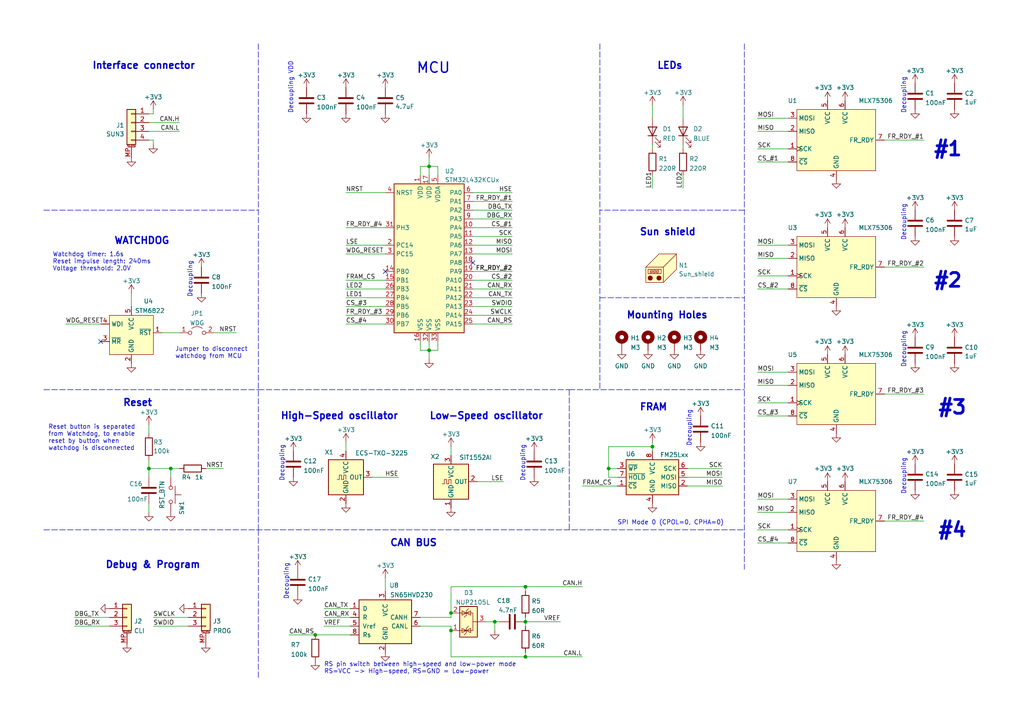
<source format=kicad_sch>
(kicad_sch (version 20211123) (generator eeschema)

  (uuid b4fcae78-0ce7-4618-9b55-3d67c0b38940)

  (paper "A4")

  (title_block
    (title "BUTCube - Sun sensor")
    (date "2022-06-16")
    (rev "v1.0")
    (company "VUT - FIT(STRaDe) & FME(IAE & IPE)")
    (comment 1 "Author: Petr Malaník")
  )

  

  (junction (at 49.53 135.89) (diameter 0.9144) (color 0 0 0 0)
    (uuid 2166c20a-9542-4085-84b6-9de69047d1df)
  )
  (junction (at 143.51 180.34) (diameter 0.9144) (color 0 0 0 0)
    (uuid 21ebb9d0-b53f-4d3f-b5ac-31e756a0cdf9)
  )
  (junction (at 152.4 180.34) (diameter 0.9144) (color 0 0 0 0)
    (uuid 367a2856-1408-4642-b99d-b3362103cd07)
  )
  (junction (at 152.4 170.18) (diameter 0.9144) (color 0 0 0 0)
    (uuid 3811aa65-115c-40a9-b60c-7bf2ab517a02)
  )
  (junction (at 91.44 184.15) (diameter 0.9144) (color 0 0 0 0)
    (uuid 7875bd39-c0f5-41af-872d-3f35561c7767)
  )
  (junction (at 124.46 101.6) (diameter 0) (color 0 0 0 0)
    (uuid 79e72903-e1f3-4e07-a213-184a666c5c67)
  )
  (junction (at 43.18 135.89) (diameter 0.9144) (color 0 0 0 0)
    (uuid a4cda940-217f-456a-a762-dbf9eb29a593)
  )
  (junction (at 124.46 48.26) (diameter 0) (color 0 0 0 0)
    (uuid b9d863e9-ebbf-4a05-a783-b22846b3b62c)
  )
  (junction (at 176.53 135.89) (diameter 0.9144) (color 0 0 0 0)
    (uuid c2d9d22c-ddde-4303-8a79-71ee54a04d72)
  )
  (junction (at 152.4 190.5) (diameter 0.9144) (color 0 0 0 0)
    (uuid c61db8df-ef99-4180-878a-7434547bb1b2)
  )
  (junction (at 130.81 177.8) (diameter 0.9144) (color 0 0 0 0)
    (uuid ce0492fa-83b8-4a8d-a479-bc972cf0d2be)
  )
  (junction (at 130.81 182.88) (diameter 0.9144) (color 0 0 0 0)
    (uuid f674bfee-60f5-458d-bf9e-0dd5f4f1fd05)
  )
  (junction (at 189.23 129.54) (diameter 0) (color 0 0 0 0)
    (uuid fadb4ef1-9f62-4760-8aa8-6a07b61962ef)
  )

  (no_connect (at 29.21 99.06) (uuid 4ce54608-a152-472f-80f5-ee8bb1d12b09))
  (no_connect (at 111.76 78.74) (uuid f97ff230-bd63-4bc1-b04e-78321439648f))
  (no_connect (at 137.16 76.2) (uuid f97ff230-bd63-4bc1-b04e-783214396490))

  (wire (pts (xy 46.99 96.52) (xy 52.07 96.52))
    (stroke (width 0) (type solid) (color 0 0 0 0))
    (uuid 007dc341-1b48-4a68-995d-0522d68c0a83)
  )
  (wire (pts (xy 124.46 48.26) (xy 124.46 50.8))
    (stroke (width 0) (type default) (color 0 0 0 0))
    (uuid 040e8e2f-20d3-4b1e-aabe-00181f998bf9)
  )
  (wire (pts (xy 137.16 68.58) (xy 148.59 68.58))
    (stroke (width 0) (type default) (color 0 0 0 0))
    (uuid 0d2c835a-50f5-4384-bb51-f407f25d0296)
  )
  (polyline (pts (xy 215.9 60.96) (xy 173.99 60.96))
    (stroke (width 0) (type default) (color 0 0 0 0))
    (uuid 0dbbf549-7f5c-4670-b646-8b329c19c07b)
  )

  (wire (pts (xy 256.54 77.47) (xy 267.97 77.47))
    (stroke (width 0) (type default) (color 0 0 0 0))
    (uuid 120afcd4-ba12-4320-993e-938289e45216)
  )
  (polyline (pts (xy 12.7 153.67) (xy 215.9 153.67))
    (stroke (width 0) (type default) (color 0 0 0 0))
    (uuid 12a2201d-cb63-4086-8e2f-6c9765006d8c)
  )

  (wire (pts (xy 256.54 114.3) (xy 267.97 114.3))
    (stroke (width 0) (type default) (color 0 0 0 0))
    (uuid 13340269-ce5f-4bde-a9a9-93d503504414)
  )
  (wire (pts (xy 219.71 71.12) (xy 228.6 71.12))
    (stroke (width 0) (type default) (color 0 0 0 0))
    (uuid 136b1dab-c68f-4db8-b322-c9362022f30b)
  )
  (wire (pts (xy 219.71 157.48) (xy 228.6 157.48))
    (stroke (width 0) (type default) (color 0 0 0 0))
    (uuid 14099ed6-5e3e-439e-8e08-7c48db6406a2)
  )
  (wire (pts (xy 168.91 140.97) (xy 179.07 140.97))
    (stroke (width 0) (type solid) (color 0 0 0 0))
    (uuid 196553b3-d647-4a43-85a3-ffd82249aae3)
  )
  (wire (pts (xy 124.46 101.6) (xy 124.46 104.14))
    (stroke (width 0) (type default) (color 0 0 0 0))
    (uuid 1df42766-9c76-41dd-a70c-f29b54410745)
  )
  (wire (pts (xy 152.4 170.18) (xy 130.81 170.18))
    (stroke (width 0) (type solid) (color 0 0 0 0))
    (uuid 1e678f65-0de3-49a8-97cf-cd9c00e42f3e)
  )
  (wire (pts (xy 59.69 135.89) (xy 64.77 135.89))
    (stroke (width 0) (type solid) (color 0 0 0 0))
    (uuid 1ef1b1ef-8319-4552-81f3-8bb798b82e77)
  )
  (polyline (pts (xy 173.99 86.36) (xy 215.9 86.36))
    (stroke (width 0) (type default) (color 0 0 0 0))
    (uuid 1fb63767-49cb-4203-9521-4616f2e23c90)
  )

  (wire (pts (xy 111.76 167.64) (xy 111.76 171.45))
    (stroke (width 0) (type solid) (color 0 0 0 0))
    (uuid 26099b6c-7bd1-4392-82e0-f3e83e68bece)
  )
  (wire (pts (xy 52.07 35.56) (xy 43.18 35.56))
    (stroke (width 0) (type default) (color 0 0 0 0))
    (uuid 262ff903-8a14-42ae-9ac2-aa82f5e97865)
  )
  (wire (pts (xy 111.76 66.04) (xy 100.33 66.04))
    (stroke (width 0) (type default) (color 0 0 0 0))
    (uuid 27576e76-fe82-4004-a867-02abaacc40c5)
  )
  (wire (pts (xy 152.4 189.23) (xy 152.4 190.5))
    (stroke (width 0) (type solid) (color 0 0 0 0))
    (uuid 293d2d9d-c1a1-42da-8cb2-42432929ef24)
  )
  (wire (pts (xy 130.81 170.18) (xy 130.81 177.8))
    (stroke (width 0) (type solid) (color 0 0 0 0))
    (uuid 29ffad82-942b-4c90-801a-871b5045dbb5)
  )
  (wire (pts (xy 209.55 135.89) (xy 199.39 135.89))
    (stroke (width 0) (type solid) (color 0 0 0 0))
    (uuid 2e42bf85-7d55-4049-ac85-4b345283fb60)
  )
  (wire (pts (xy 127 101.6) (xy 127 99.06))
    (stroke (width 0) (type default) (color 0 0 0 0))
    (uuid 2ec7ccc0-41d0-4fce-a9df-dbaf803e0119)
  )
  (wire (pts (xy 100.33 128.27) (xy 100.33 130.81))
    (stroke (width 0) (type default) (color 0 0 0 0))
    (uuid 2ed7c898-f775-4730-80e4-2d43b9a3390c)
  )
  (wire (pts (xy 127 50.8) (xy 127 48.26))
    (stroke (width 0) (type default) (color 0 0 0 0))
    (uuid 33eb5698-a64b-4c9e-9902-1bdc2af7227d)
  )
  (wire (pts (xy 54.61 181.61) (xy 44.45 181.61))
    (stroke (width 0) (type solid) (color 0 0 0 0))
    (uuid 3420bcfa-5381-426f-93f2-fca8d880080a)
  )
  (wire (pts (xy 219.71 116.84) (xy 228.6 116.84))
    (stroke (width 0) (type default) (color 0 0 0 0))
    (uuid 36686cd1-7543-4eb1-bf5a-42705f12cd64)
  )
  (wire (pts (xy 189.23 41.91) (xy 189.23 43.18))
    (stroke (width 0) (type solid) (color 0 0 0 0))
    (uuid 3c86a779-0876-4312-9637-b2fb4af11576)
  )
  (wire (pts (xy 100.33 71.12) (xy 111.76 71.12))
    (stroke (width 0) (type default) (color 0 0 0 0))
    (uuid 3d9df9cc-f374-4312-b626-61cc6a652bb1)
  )
  (wire (pts (xy 44.45 41.91) (xy 44.45 40.64))
    (stroke (width 0) (type default) (color 0 0 0 0))
    (uuid 3e20ad60-9938-4f63-941d-713be235f826)
  )
  (polyline (pts (xy 74.93 153.67) (xy 74.93 196.85))
    (stroke (width 0) (type default) (color 0 0 0 0))
    (uuid 3f9760d4-db4c-4158-9e35-fcc278f03901)
  )

  (wire (pts (xy 121.92 101.6) (xy 124.46 101.6))
    (stroke (width 0) (type default) (color 0 0 0 0))
    (uuid 400e5a8d-3ea9-440e-963e-978247522158)
  )
  (wire (pts (xy 137.16 73.66) (xy 148.59 73.66))
    (stroke (width 0) (type default) (color 0 0 0 0))
    (uuid 403c3294-3bf5-4c65-94dd-ae1574634a6f)
  )
  (wire (pts (xy 52.07 38.1) (xy 43.18 38.1))
    (stroke (width 0) (type default) (color 0 0 0 0))
    (uuid 40888287-44f0-45e5-ba83-36c36be92cf8)
  )
  (wire (pts (xy 198.12 41.91) (xy 198.12 43.18))
    (stroke (width 0) (type solid) (color 0 0 0 0))
    (uuid 4212d35b-c849-439a-8cee-15e3e836bf67)
  )
  (wire (pts (xy 130.81 181.61) (xy 130.81 182.88))
    (stroke (width 0) (type solid) (color 0 0 0 0))
    (uuid 42572e5d-f767-40a3-ba94-6ef68ea0956a)
  )
  (polyline (pts (xy 12.7 113.03) (xy 74.93 113.03))
    (stroke (width 0) (type default) (color 0 0 0 0))
    (uuid 46ea6cb6-b4f7-48ca-9b41-34167b22560a)
  )

  (wire (pts (xy 107.95 138.43) (xy 115.57 138.43))
    (stroke (width 0) (type solid) (color 0 0 0 0))
    (uuid 47547908-a2f7-43b9-9e0c-4f1b67ce8657)
  )
  (wire (pts (xy 137.16 83.82) (xy 148.59 83.82))
    (stroke (width 0) (type default) (color 0 0 0 0))
    (uuid 4a34ed79-39da-41ca-b801-bbadcfa588af)
  )
  (wire (pts (xy 137.16 78.74) (xy 148.59 78.74))
    (stroke (width 0) (type default) (color 0 0 0 0))
    (uuid 4d095641-f77f-4912-9cdd-78610108be2a)
  )
  (wire (pts (xy 111.76 91.44) (xy 100.33 91.44))
    (stroke (width 0) (type default) (color 0 0 0 0))
    (uuid 4eabba9d-e349-4707-b9da-860a0420e3e7)
  )
  (wire (pts (xy 130.81 179.07) (xy 130.81 177.8))
    (stroke (width 0) (type solid) (color 0 0 0 0))
    (uuid 4ed93096-3d6b-4129-8940-501a7601ae7e)
  )
  (wire (pts (xy 198.12 30.48) (xy 198.12 34.29))
    (stroke (width 0) (type default) (color 0 0 0 0))
    (uuid 4f39de77-09a2-4f90-ae9e-40639a7c80ef)
  )
  (wire (pts (xy 209.55 138.43) (xy 199.39 138.43))
    (stroke (width 0) (type solid) (color 0 0 0 0))
    (uuid 4fbbce08-bc99-495d-a696-edd87d67eaab)
  )
  (wire (pts (xy 100.33 88.9) (xy 111.76 88.9))
    (stroke (width 0) (type default) (color 0 0 0 0))
    (uuid 506df6ca-a0be-4c7f-98c6-c89c782d115d)
  )
  (wire (pts (xy 148.59 60.96) (xy 137.16 60.96))
    (stroke (width 0) (type default) (color 0 0 0 0))
    (uuid 51fb370b-8509-4585-b464-9caed5ef3ffa)
  )
  (wire (pts (xy 100.33 81.28) (xy 111.76 81.28))
    (stroke (width 0) (type default) (color 0 0 0 0))
    (uuid 55669d55-ff64-4a36-9f2c-ce26f2e34673)
  )
  (wire (pts (xy 44.45 40.64) (xy 43.18 40.64))
    (stroke (width 0) (type default) (color 0 0 0 0))
    (uuid 55b9ac18-c42c-49b2-85a0-ff47d4c950ec)
  )
  (wire (pts (xy 152.4 190.5) (xy 168.91 190.5))
    (stroke (width 0) (type solid) (color 0 0 0 0))
    (uuid 56c02acf-781b-4a9b-8751-69aea35dd7d3)
  )
  (wire (pts (xy 219.71 148.59) (xy 228.6 148.59))
    (stroke (width 0) (type default) (color 0 0 0 0))
    (uuid 5713f6ff-1c2e-48aa-a42a-d3482b073c3a)
  )
  (wire (pts (xy 219.71 38.1) (xy 228.6 38.1))
    (stroke (width 0) (type default) (color 0 0 0 0))
    (uuid 5be2778b-ebbf-46d6-a57d-911f828e5c58)
  )
  (wire (pts (xy 31.75 179.07) (xy 21.59 179.07))
    (stroke (width 0) (type solid) (color 0 0 0 0))
    (uuid 5f9b7ae6-f941-4f22-b4e7-74d0f602c49f)
  )
  (wire (pts (xy 138.43 139.7) (xy 146.05 139.7))
    (stroke (width 0) (type solid) (color 0 0 0 0))
    (uuid 62228e95-53df-4a2f-96a0-444d4fe4013d)
  )
  (wire (pts (xy 219.71 74.93) (xy 228.6 74.93))
    (stroke (width 0) (type default) (color 0 0 0 0))
    (uuid 63b28307-69cc-4000-9fcd-53cba6f11844)
  )
  (polyline (pts (xy 165.1 113.03) (xy 215.9 113.03))
    (stroke (width 0) (type default) (color 0 0 0 0))
    (uuid 692bdfe0-3a9d-4841-8706-5a2044b25ab0)
  )
  (polyline (pts (xy 74.93 12.7) (xy 74.93 153.67))
    (stroke (width 0) (type default) (color 0 0 0 0))
    (uuid 6baa7a03-251d-41dc-89dd-a997a267d37e)
  )

  (wire (pts (xy 111.76 86.36) (xy 100.33 86.36))
    (stroke (width 0) (type default) (color 0 0 0 0))
    (uuid 6db012ae-c60a-4d0f-9b17-0e79b05650e1)
  )
  (wire (pts (xy 111.76 83.82) (xy 100.33 83.82))
    (stroke (width 0) (type default) (color 0 0 0 0))
    (uuid 718d5df1-7a98-44b1-ac7c-4a744f17dbe3)
  )
  (wire (pts (xy 219.71 144.78) (xy 228.6 144.78))
    (stroke (width 0) (type default) (color 0 0 0 0))
    (uuid 7475c6ff-7a7a-4157-9670-dbc384c0dd57)
  )
  (wire (pts (xy 152.4 179.07) (xy 152.4 180.34))
    (stroke (width 0) (type solid) (color 0 0 0 0))
    (uuid 762d44e4-7cb4-406a-9425-19a166067b18)
  )
  (wire (pts (xy 121.92 99.06) (xy 121.92 101.6))
    (stroke (width 0) (type default) (color 0 0 0 0))
    (uuid 791cf188-9978-45b6-8647-46148a825223)
  )
  (wire (pts (xy 189.23 128.27) (xy 189.23 129.54))
    (stroke (width 0) (type default) (color 0 0 0 0))
    (uuid 79cf2c3a-2595-4fad-bd53-7ffa68090f4b)
  )
  (wire (pts (xy 137.16 58.42) (xy 148.59 58.42))
    (stroke (width 0) (type default) (color 0 0 0 0))
    (uuid 7ab13372-71f2-4a64-8960-bc1d2c68fa51)
  )
  (wire (pts (xy 143.51 180.34) (xy 143.51 182.88))
    (stroke (width 0) (type solid) (color 0 0 0 0))
    (uuid 7aed6b29-057c-43df-95b7-6a7d64c59480)
  )
  (wire (pts (xy 121.92 181.61) (xy 130.81 181.61))
    (stroke (width 0) (type solid) (color 0 0 0 0))
    (uuid 7d0643c7-ae58-40ff-baf3-c828765fd7a9)
  )
  (wire (pts (xy 93.98 176.53) (xy 101.6 176.53))
    (stroke (width 0) (type solid) (color 0 0 0 0))
    (uuid 7efda7bd-f29b-435d-b9a1-0ddffcd4b946)
  )
  (wire (pts (xy 137.16 55.88) (xy 148.59 55.88))
    (stroke (width 0) (type default) (color 0 0 0 0))
    (uuid 85150e95-6327-447e-9c78-5d321ab7840b)
  )
  (wire (pts (xy 121.92 48.26) (xy 121.92 50.8))
    (stroke (width 0) (type default) (color 0 0 0 0))
    (uuid 85e9c9fe-9336-4a5d-988d-716b837eef1e)
  )
  (wire (pts (xy 83.82 184.15) (xy 91.44 184.15))
    (stroke (width 0) (type solid) (color 0 0 0 0))
    (uuid 862376ef-45ce-4c02-bd8c-310087d1052e)
  )
  (wire (pts (xy 189.23 30.48) (xy 189.23 34.29))
    (stroke (width 0) (type default) (color 0 0 0 0))
    (uuid 87bee380-c368-4fd0-aaba-2fd27af32885)
  )
  (wire (pts (xy 49.53 135.89) (xy 52.07 135.89))
    (stroke (width 0) (type solid) (color 0 0 0 0))
    (uuid 882f67c2-ebd4-4a4c-be63-5c596f8bd6d4)
  )
  (wire (pts (xy 100.33 73.66) (xy 111.76 73.66))
    (stroke (width 0) (type default) (color 0 0 0 0))
    (uuid 89b2912c-58a0-435c-90e9-20093d495b33)
  )
  (wire (pts (xy 137.16 71.12) (xy 148.59 71.12))
    (stroke (width 0) (type default) (color 0 0 0 0))
    (uuid 8b52b5e4-165e-440f-8006-36bd89cbca8b)
  )
  (polyline (pts (xy 173.99 12.7) (xy 173.99 113.03))
    (stroke (width 0) (type default) (color 0 0 0 0))
    (uuid 8c19a85f-3f2c-4f54-ba42-d76c5c74dc0b)
  )

  (wire (pts (xy 130.81 182.88) (xy 130.81 190.5))
    (stroke (width 0) (type solid) (color 0 0 0 0))
    (uuid 8d574a2e-c084-4bd4-b51d-d6757e4c1298)
  )
  (wire (pts (xy 49.53 135.89) (xy 49.53 138.43))
    (stroke (width 0) (type solid) (color 0 0 0 0))
    (uuid 8d5ffaf9-796e-4a13-ac73-0a50be347d31)
  )
  (wire (pts (xy 137.16 86.36) (xy 148.59 86.36))
    (stroke (width 0) (type default) (color 0 0 0 0))
    (uuid 908bff29-5578-4a21-aca8-b091e18a3981)
  )
  (wire (pts (xy 176.53 138.43) (xy 176.53 135.89))
    (stroke (width 0) (type solid) (color 0 0 0 0))
    (uuid 90e74e86-6a5c-45a9-9c48-a8b9697edf5c)
  )
  (wire (pts (xy 93.98 179.07) (xy 101.6 179.07))
    (stroke (width 0) (type solid) (color 0 0 0 0))
    (uuid 91278efe-f2b2-472c-b2cb-441bc87e0238)
  )
  (wire (pts (xy 152.4 170.18) (xy 152.4 171.45))
    (stroke (width 0) (type solid) (color 0 0 0 0))
    (uuid 93646202-68a0-4c0e-9d54-34568d6855e3)
  )
  (wire (pts (xy 121.92 179.07) (xy 130.81 179.07))
    (stroke (width 0) (type solid) (color 0 0 0 0))
    (uuid 95864ee6-12a1-4c9d-a085-0282b27d79c9)
  )
  (wire (pts (xy 31.75 181.61) (xy 21.59 181.61))
    (stroke (width 0) (type solid) (color 0 0 0 0))
    (uuid 9724c664-248c-44b2-8ed2-72ceea5cde46)
  )
  (wire (pts (xy 124.46 45.72) (xy 124.46 48.26))
    (stroke (width 0) (type default) (color 0 0 0 0))
    (uuid 9730909b-b561-4f32-992c-4be576084c21)
  )
  (wire (pts (xy 152.4 190.5) (xy 130.81 190.5))
    (stroke (width 0) (type solid) (color 0 0 0 0))
    (uuid 980215c3-db8e-4ad1-86ee-bc9a9e3042a4)
  )
  (wire (pts (xy 219.71 153.67) (xy 228.6 153.67))
    (stroke (width 0) (type default) (color 0 0 0 0))
    (uuid 9883db0d-15cf-4e56-a7a7-a62195aaf55e)
  )
  (wire (pts (xy 43.18 146.05) (xy 43.18 148.59))
    (stroke (width 0) (type solid) (color 0 0 0 0))
    (uuid 98e97c70-7a61-4f95-8b43-c91f6c03902e)
  )
  (wire (pts (xy 43.18 33.02) (xy 44.45 33.02))
    (stroke (width 0) (type default) (color 0 0 0 0))
    (uuid 9c0e6e0c-bee1-4db1-808e-29e7cc6b58f9)
  )
  (wire (pts (xy 209.55 140.97) (xy 199.39 140.97))
    (stroke (width 0) (type solid) (color 0 0 0 0))
    (uuid 9cb521fe-cda0-46f3-8c24-ca53caa4b411)
  )
  (wire (pts (xy 148.59 93.98) (xy 137.16 93.98))
    (stroke (width 0) (type default) (color 0 0 0 0))
    (uuid 9d992003-d903-45a8-bc97-58e21a9f71e7)
  )
  (polyline (pts (xy 74.93 113.03) (xy 165.1 113.03))
    (stroke (width 0) (type default) (color 0 0 0 0))
    (uuid a16ca420-722b-4c43-b14b-981dc04269e9)
  )

  (wire (pts (xy 219.71 34.29) (xy 228.6 34.29))
    (stroke (width 0) (type default) (color 0 0 0 0))
    (uuid a44d5fc4-55db-48d4-94fb-6fefa0ab55d8)
  )
  (wire (pts (xy 100.33 93.98) (xy 111.76 93.98))
    (stroke (width 0) (type default) (color 0 0 0 0))
    (uuid a4d370f0-2994-4b3f-a895-76893d61d332)
  )
  (wire (pts (xy 219.71 83.82) (xy 228.6 83.82))
    (stroke (width 0) (type default) (color 0 0 0 0))
    (uuid a6a18807-e010-4534-95b6-4621b7e66fd0)
  )
  (wire (pts (xy 124.46 48.26) (xy 121.92 48.26))
    (stroke (width 0) (type default) (color 0 0 0 0))
    (uuid a6d71e07-e67b-495d-98df-bb146b37693c)
  )
  (polyline (pts (xy 12.7 60.96) (xy 74.93 60.96))
    (stroke (width 0) (type default) (color 0 0 0 0))
    (uuid a9e4c2f6-188a-4b30-b256-cda74465182a)
  )

  (wire (pts (xy 137.16 88.9) (xy 148.59 88.9))
    (stroke (width 0) (type default) (color 0 0 0 0))
    (uuid aa379dc4-5444-4dab-bc40-364a920baaaf)
  )
  (wire (pts (xy 219.71 120.65) (xy 228.6 120.65))
    (stroke (width 0) (type default) (color 0 0 0 0))
    (uuid ac60da81-c77f-4e66-81e2-4438d536edc3)
  )
  (wire (pts (xy 148.59 63.5) (xy 137.16 63.5))
    (stroke (width 0) (type default) (color 0 0 0 0))
    (uuid b04b032f-5a49-4dd7-a8d8-9a6b55d32f0f)
  )
  (wire (pts (xy 43.18 123.19) (xy 43.18 125.73))
    (stroke (width 0) (type default) (color 0 0 0 0))
    (uuid b06cf753-a95c-4cb6-bcd5-fe4166efacf5)
  )
  (wire (pts (xy 152.4 181.61) (xy 152.4 180.34))
    (stroke (width 0) (type solid) (color 0 0 0 0))
    (uuid b18c3054-655a-4e79-b947-560f6b1b0888)
  )
  (wire (pts (xy 256.54 151.13) (xy 267.97 151.13))
    (stroke (width 0) (type default) (color 0 0 0 0))
    (uuid b1d07f3e-7649-4228-bbe1-971cf887d60a)
  )
  (polyline (pts (xy 215.9 12.7) (xy 215.9 165.1))
    (stroke (width 0) (type default) (color 0 0 0 0))
    (uuid b2310345-87c3-44b0-a316-807114e15961)
  )

  (wire (pts (xy 137.16 91.44) (xy 148.59 91.44))
    (stroke (width 0) (type default) (color 0 0 0 0))
    (uuid b5eaba53-ec41-40e0-8733-4ac01e6999e3)
  )
  (wire (pts (xy 176.53 135.89) (xy 179.07 135.89))
    (stroke (width 0) (type solid) (color 0 0 0 0))
    (uuid b717a2aa-3246-4eda-b2ab-4c6928cee238)
  )
  (wire (pts (xy 140.97 180.34) (xy 143.51 180.34))
    (stroke (width 0) (type solid) (color 0 0 0 0))
    (uuid b9a96e97-0961-4186-8aaa-6a4a1d13617a)
  )
  (wire (pts (xy 43.18 133.35) (xy 43.18 135.89))
    (stroke (width 0) (type solid) (color 0 0 0 0))
    (uuid c73e607b-7782-4bb4-9901-6e7dedce3b81)
  )
  (wire (pts (xy 100.33 55.88) (xy 111.76 55.88))
    (stroke (width 0) (type default) (color 0 0 0 0))
    (uuid c975d3f2-9d67-45a5-8040-41eb874bb4d6)
  )
  (wire (pts (xy 189.23 129.54) (xy 189.23 130.81))
    (stroke (width 0) (type solid) (color 0 0 0 0))
    (uuid c9dd5459-94eb-493d-9e73-41d3b3f2ec70)
  )
  (wire (pts (xy 62.23 96.52) (xy 68.58 96.52))
    (stroke (width 0) (type solid) (color 0 0 0 0))
    (uuid ce4d341d-f3a7-4f3a-b172-4630ffa469df)
  )
  (wire (pts (xy 198.12 50.8) (xy 198.12 54.61))
    (stroke (width 0) (type solid) (color 0 0 0 0))
    (uuid d1985cc0-2042-431e-bb02-d920987052a3)
  )
  (wire (pts (xy 54.61 179.07) (xy 44.45 179.07))
    (stroke (width 0) (type solid) (color 0 0 0 0))
    (uuid d19f43a4-2efc-4b19-b7ed-39218202e3a7)
  )
  (wire (pts (xy 219.71 80.01) (xy 228.6 80.01))
    (stroke (width 0) (type default) (color 0 0 0 0))
    (uuid d2477d8d-819d-4c6e-90a4-d720e4642090)
  )
  (wire (pts (xy 176.53 129.54) (xy 189.23 129.54))
    (stroke (width 0) (type solid) (color 0 0 0 0))
    (uuid d5102239-5237-4c99-8926-4cb6375531d8)
  )
  (wire (pts (xy 19.05 93.98) (xy 29.21 93.98))
    (stroke (width 0) (type solid) (color 0 0 0 0))
    (uuid d6bf0820-4f4e-46d0-87d4-8f4ccf50fb5c)
  )
  (wire (pts (xy 219.71 111.76) (xy 228.6 111.76))
    (stroke (width 0) (type default) (color 0 0 0 0))
    (uuid d70bcce3-611b-4d43-b38b-ba612717000e)
  )
  (wire (pts (xy 43.18 135.89) (xy 49.53 135.89))
    (stroke (width 0) (type solid) (color 0 0 0 0))
    (uuid d71e7e58-1185-4144-accb-cef9a5a2bb7a)
  )
  (wire (pts (xy 148.59 66.04) (xy 137.16 66.04))
    (stroke (width 0) (type default) (color 0 0 0 0))
    (uuid d7bd0ed4-8f9e-479f-a1bb-179c0d293ac5)
  )
  (wire (pts (xy 44.45 31.75) (xy 44.45 33.02))
    (stroke (width 0) (type default) (color 0 0 0 0))
    (uuid d88ea2c7-d362-40c7-a9ac-77962e86d733)
  )
  (wire (pts (xy 176.53 135.89) (xy 176.53 129.54))
    (stroke (width 0) (type solid) (color 0 0 0 0))
    (uuid d8938ca8-5dd5-4379-a2a9-448f1e68a474)
  )
  (polyline (pts (xy 165.1 113.03) (xy 165.1 153.67))
    (stroke (width 0) (type default) (color 0 0 0 0))
    (uuid d9eb9b8c-3fbb-4cdb-aa0a-3c13a8addfe9)
  )

  (wire (pts (xy 219.71 46.99) (xy 228.6 46.99))
    (stroke (width 0) (type default) (color 0 0 0 0))
    (uuid db56caf2-8d98-4f84-b642-69a228c1c3b5)
  )
  (wire (pts (xy 189.23 50.8) (xy 189.23 54.61))
    (stroke (width 0) (type solid) (color 0 0 0 0))
    (uuid de5f50a1-1c65-48cf-9246-619b2afa6839)
  )
  (wire (pts (xy 152.4 180.34) (xy 162.56 180.34))
    (stroke (width 0) (type solid) (color 0 0 0 0))
    (uuid e004f7a8-2062-4dd1-8474-5ed00ca7ef87)
  )
  (wire (pts (xy 127 48.26) (xy 124.46 48.26))
    (stroke (width 0) (type default) (color 0 0 0 0))
    (uuid e1d0b359-4bfa-48c4-b879-8c0611ab3031)
  )
  (wire (pts (xy 93.98 181.61) (xy 101.6 181.61))
    (stroke (width 0) (type solid) (color 0 0 0 0))
    (uuid e42a6b2c-5c07-4eff-b303-4ccf482bd6d6)
  )
  (wire (pts (xy 143.51 180.34) (xy 144.78 180.34))
    (stroke (width 0) (type solid) (color 0 0 0 0))
    (uuid e51f51e8-6fe6-4bd6-a3ad-1f547ca07b80)
  )
  (wire (pts (xy 91.44 184.15) (xy 101.6 184.15))
    (stroke (width 0) (type solid) (color 0 0 0 0))
    (uuid e614d2ea-9e9f-4571-b3d6-0b924d4fd670)
  )
  (wire (pts (xy 256.54 40.64) (xy 267.97 40.64))
    (stroke (width 0) (type default) (color 0 0 0 0))
    (uuid e76899d1-4fa7-43f1-a9e2-120535b40d6f)
  )
  (wire (pts (xy 130.81 129.54) (xy 130.81 132.08))
    (stroke (width 0) (type default) (color 0 0 0 0))
    (uuid e8778d7c-e004-4121-862a-43d47d8ced16)
  )
  (wire (pts (xy 38.1 85.09) (xy 38.1 88.9))
    (stroke (width 0) (type solid) (color 0 0 0 0))
    (uuid e9366437-d303-46b6-b6ce-33f438173eb4)
  )
  (wire (pts (xy 219.71 43.18) (xy 228.6 43.18))
    (stroke (width 0) (type default) (color 0 0 0 0))
    (uuid ebee96d8-82bc-4290-9e80-af01158b587c)
  )
  (wire (pts (xy 124.46 101.6) (xy 127 101.6))
    (stroke (width 0) (type default) (color 0 0 0 0))
    (uuid ec85167d-d946-4ce0-8e48-9c46f703ab41)
  )
  (wire (pts (xy 179.07 138.43) (xy 176.53 138.43))
    (stroke (width 0) (type solid) (color 0 0 0 0))
    (uuid f1acec3a-9089-4357-a0cd-3ad2be33f29a)
  )
  (wire (pts (xy 219.71 107.95) (xy 228.6 107.95))
    (stroke (width 0) (type default) (color 0 0 0 0))
    (uuid f5ae41c3-d997-4be9-8385-8c3b6fe337e7)
  )
  (wire (pts (xy 43.18 135.89) (xy 43.18 138.43))
    (stroke (width 0) (type solid) (color 0 0 0 0))
    (uuid f6a46741-24b8-44cf-9a9f-7e08d8500e2d)
  )
  (wire (pts (xy 124.46 99.06) (xy 124.46 101.6))
    (stroke (width 0) (type default) (color 0 0 0 0))
    (uuid f8046aa0-e1af-4c1e-9016-567ddcdb1c58)
  )
  (wire (pts (xy 152.4 170.18) (xy 168.91 170.18))
    (stroke (width 0) (type solid) (color 0 0 0 0))
    (uuid f970dad6-22dc-42d3-9f0d-e30eee2d4d93)
  )
  (wire (pts (xy 148.59 81.28) (xy 137.16 81.28))
    (stroke (width 0) (type default) (color 0 0 0 0))
    (uuid fc73d1f2-2dc8-4e46-beb4-bdee2ef8188c)
  )

  (text "Watchdog timer: 1.6s\nReset impulse length: 240ms\nVoltage threshold: 2.0V"
    (at 15.24 78.74 0)
    (effects (font (size 1.27 1.27)) (justify left bottom))
    (uuid 00bf4822-8bd8-47b3-8f09-601682223304)
  )
  (text "Decoupling" (at 83.82 173.99 90)
    (effects (font (size 1.27 1.27)) (justify left bottom))
    (uuid 04c66c65-c17f-4ef1-9527-40dfa71256c2)
  )
  (text "Decoupling" (at 262.89 143.51 90)
    (effects (font (size 1.27 1.27)) (justify left bottom))
    (uuid 2042c489-b3aa-48be-979c-b60599fd8dfe)
  )
  (text "WATCHDOG" (at 33.02 71.12 0)
    (effects (font (size 2 2) (thickness 0.4) bold) (justify left bottom))
    (uuid 2406d068-5782-431d-bf8f-dfbd13090d59)
  )
  (text "Reset button is separated\nfrom Watchdog, to enable\nreset by button when\nwatchdog is disconnected"
    (at 13.97 130.81 0)
    (effects (font (size 1.27 1.27)) (justify left bottom))
    (uuid 32f93dc6-a9ac-4172-a507-a12bfe8eeb5a)
  )
  (text "Reset" (at 35.56 118.11 0)
    (effects (font (size 2 2) (thickness 0.4) bold) (justify left bottom))
    (uuid 39985508-845b-42d1-8453-9a6b4efcebc2)
  )
  (text "Interface connector" (at 26.67 20.32 0)
    (effects (font (size 2 2) (thickness 0.4) bold) (justify left bottom))
    (uuid 4aeb7d21-4d9a-4fbe-bfe5-570483bfde4c)
  )
  (text "Decoupling VDD" (at 85.09 33.02 90)
    (effects (font (size 1.27 1.27)) (justify left bottom))
    (uuid 4f70ac20-3644-437d-bc07-2ab0ea06a259)
  )
  (text "Decoupling" (at 82.55 139.7 90)
    (effects (font (size 1.27 1.27)) (justify left bottom))
    (uuid 54c7ca7f-6276-4eac-b90a-eccd87c9d931)
  )
  (text "Debug & Program" (at 30.48 165.1 0)
    (effects (font (size 2 2) (thickness 0.4) bold) (justify left bottom))
    (uuid 54f91dfb-f4dd-410c-9c59-050a796d725f)
  )
  (text "Jumper to disconnect\nwatchdog from MCU" (at 50.8 104.14 0)
    (effects (font (size 1.27 1.27)) (justify left bottom))
    (uuid 6455a82b-4dec-4a3c-bac3-5fcc64775bf6)
  )
  (text "CAN BUS" (at 113.03 158.75 0)
    (effects (font (size 2 2) (thickness 0.4) bold) (justify left bottom))
    (uuid 7d16b607-fee9-4954-96a7-42e8f7cae7b9)
  )
  (text "Decoupling" (at 200.66 129.54 90)
    (effects (font (size 1.27 1.27)) (justify left bottom))
    (uuid 864dd0c9-8aa0-4013-9dc9-d326026dccc2)
  )
  (text "Decoupling" (at 262.89 69.85 90)
    (effects (font (size 1.27 1.27)) (justify left bottom))
    (uuid 8752db49-8022-412a-9a22-f51e48165b58)
  )
  (text "#2" (at 270.51 83.82 0)
    (effects (font (size 4 4) (thickness 0.8) bold) (justify left bottom))
    (uuid 92654e43-d96a-4351-9afa-11026ead5ddf)
  )
  (text "Decoupling" (at 55.88 86.36 90)
    (effects (font (size 1.27 1.27)) (justify left bottom))
    (uuid 943942c4-921a-4387-9984-01953043d1db)
  )
  (text "Sun shield" (at 185.42 68.58 0)
    (effects (font (size 2 2) (thickness 0.4) bold) (justify left bottom))
    (uuid 99aefcd8-e813-4eb1-bb78-1369a7b6bb49)
  )
  (text "Decoupling" (at 152.4 139.7 90)
    (effects (font (size 1.27 1.27)) (justify left bottom))
    (uuid 9a4515f5-c3eb-414e-8c81-5cdbc2d14eef)
  )
  (text "RS pin switch between high-speed and low-power mode\nRS=VCC -> High-speed, RS=GND = Low-power"
    (at 93.98 195.58 0)
    (effects (font (size 1.27 1.27)) (justify left bottom))
    (uuid 9bc3a375-41ae-43b7-a02a-feb52aaeef8f)
  )
  (text "Low-Speed oscillator" (at 124.46 121.92 0)
    (effects (font (size 2 2) (thickness 0.4) bold) (justify left bottom))
    (uuid a2d014c0-842a-418c-9dda-1321cde9c24b)
  )
  (text "FRAM" (at 185.42 119.38 0)
    (effects (font (size 2 2) (thickness 0.4) bold) (justify left bottom))
    (uuid be07be7f-6aff-403c-bc45-1831fd31cd55)
  )
  (text "#1" (at 270.51 45.72 0)
    (effects (font (size 4 4) (thickness 0.8) bold) (justify left bottom))
    (uuid c16e2c01-fe0b-4290-a6b5-a7beb6bff911)
  )
  (text "Decoupling" (at 262.89 33.02 90)
    (effects (font (size 1.27 1.27)) (justify left bottom))
    (uuid c4e0f5ef-5a40-4e58-a3d4-be7578af34b3)
  )
  (text "SPI Mode 0 (CPOL=0, CPHA=0)" (at 179.07 152.4 0)
    (effects (font (size 1.27 1.27)) (justify left bottom))
    (uuid c9ffb095-90bd-48d5-8ea8-6927b079c3fa)
  )
  (text "#4\n" (at 271.78 156.21 0)
    (effects (font (size 4 4) (thickness 0.8) bold) (justify left bottom))
    (uuid dcfa5a2d-fc71-471a-be68-62df11d8429d)
  )
  (text "High-Speed oscillator" (at 81.28 121.92 0)
    (effects (font (size 2 2) (thickness 0.4) bold) (justify left bottom))
    (uuid dd73e156-e0d8-43d9-ac8e-a79a72ca0e9d)
  )
  (text "Decoupling" (at 262.89 106.68 90)
    (effects (font (size 1.27 1.27)) (justify left bottom))
    (uuid ddf9825a-dd70-4e05-8f84-a04e2577b7d6)
  )
  (text "LEDs" (at 190.5 20.32 0)
    (effects (font (size 2 2) (thickness 0.4) bold) (justify left bottom))
    (uuid de961b17-858a-4c6c-b00c-3823521c8745)
  )
  (text "#3" (at 271.78 120.65 0)
    (effects (font (size 4 4) (thickness 0.8) bold) (justify left bottom))
    (uuid e4b8ea04-3f8f-4a03-ac6e-9fd925b96f66)
  )
  (text "MCU" (at 120.65 21.59 0)
    (effects (font (size 3 3) (thickness 0.4) bold) (justify left bottom))
    (uuid fc02f56b-d5c0-4740-bcaf-0e1ceb013dbb)
  )
  (text "Mounting Holes" (at 181.61 92.71 0)
    (effects (font (size 2 2) (thickness 0.4) bold) (justify left bottom))
    (uuid fc3e7ce0-5145-4f39-aafe-22d3033cb5dc)
  )

  (label "SWCLK" (at 148.59 91.44 180)
    (effects (font (size 1.27 1.27)) (justify right bottom))
    (uuid 00eb83fa-b76d-4cc4-a743-f0c8fddaae93)
  )
  (label "CS_#4" (at 100.33 93.98 0)
    (effects (font (size 1.27 1.27)) (justify left bottom))
    (uuid 02e631b9-7b79-4e95-a747-604b4b620b5b)
  )
  (label "CAN_RS" (at 83.82 184.15 0)
    (effects (font (size 1.27 1.27)) (justify left bottom))
    (uuid 04e85d4d-a3b0-4506-89eb-6ef65ea831f7)
  )
  (label "MOSI" (at 219.71 144.78 0)
    (effects (font (size 1.27 1.27)) (justify left bottom))
    (uuid 083e9367-4455-40da-8a4a-81ace79c2b60)
  )
  (label "LED1" (at 100.33 86.36 0)
    (effects (font (size 1.27 1.27)) (justify left bottom))
    (uuid 08f85828-4317-4179-9caf-36f1fc6b36f9)
  )
  (label "MOSI" (at 219.71 34.29 0)
    (effects (font (size 1.27 1.27)) (justify left bottom))
    (uuid 0d782572-a339-4998-b0f6-374433cb5fd1)
  )
  (label "SWCLK" (at 44.45 179.07 0)
    (effects (font (size 1.27 1.27)) (justify left bottom))
    (uuid 0d99109f-dda5-48a9-8e5a-4368e90419b2)
  )
  (label "WDG_RESET" (at 100.33 73.66 0)
    (effects (font (size 1.27 1.27)) (justify left bottom))
    (uuid 0e14b155-c2ef-4da6-8b04-f2ab6334bb37)
  )
  (label "CS_#4" (at 219.71 157.48 0)
    (effects (font (size 1.27 1.27)) (justify left bottom))
    (uuid 151b1660-4573-4117-89e0-44f6d72705ce)
  )
  (label "MISO" (at 148.59 71.12 180)
    (effects (font (size 1.27 1.27)) (justify right bottom))
    (uuid 1684ece7-6be4-4ed4-ad9b-c845e64e3e57)
  )
  (label "FR_RDY_#4" (at 100.33 66.04 0)
    (effects (font (size 1.27 1.27)) (justify left bottom))
    (uuid 169aba0f-5bc5-4ca3-b949-f619c715e4ba)
  )
  (label "LED2" (at 100.33 83.82 0)
    (effects (font (size 1.27 1.27)) (justify left bottom))
    (uuid 1bf4b53d-fc4c-4e89-9121-f09bd0c29b7a)
  )
  (label "CAN.H" (at 168.91 170.18 180)
    (effects (font (size 1.27 1.27)) (justify right bottom))
    (uuid 1de0dde8-3664-410c-9024-2e96da6c7d4b)
  )
  (label "CAN_RX" (at 148.59 83.82 180)
    (effects (font (size 1.27 1.27)) (justify right bottom))
    (uuid 1f29dd5e-74f6-47d8-8863-286116ca676b)
  )
  (label "CS_#2" (at 148.59 81.28 180)
    (effects (font (size 1.27 1.27)) (justify right bottom))
    (uuid 20127b47-d9de-4267-9619-104c4a3ceac7)
  )
  (label "FR_RDY_#2" (at 148.59 78.74 180)
    (effects (font (size 1.27 1.27)) (justify right bottom))
    (uuid 25b6ddb3-8f51-4cf3-a941-dd2aabd6928f)
  )
  (label "DBG_RX" (at 21.59 181.61 0)
    (effects (font (size 1.27 1.27)) (justify left bottom))
    (uuid 263a9ba8-ce41-4fac-af55-2dcb5c0ac33a)
  )
  (label "LED1" (at 189.23 54.61 90)
    (effects (font (size 1.27 1.27)) (justify left bottom))
    (uuid 26963a2e-2b31-4c33-b6f1-1cd24897f0ea)
  )
  (label "FR_RDY_#4" (at 267.97 151.13 180)
    (effects (font (size 1.27 1.27)) (justify right bottom))
    (uuid 2a4bf7e1-a582-49fb-bb45-e82120314b4a)
  )
  (label "SCK" (at 219.71 153.67 0)
    (effects (font (size 1.27 1.27)) (justify left bottom))
    (uuid 2bd4e67a-bb0b-4607-a938-e5d6d43bfd8c)
  )
  (label "DBG_TX" (at 148.59 60.96 180)
    (effects (font (size 1.27 1.27)) (justify right bottom))
    (uuid 36b59f0c-7f8e-4c6b-b349-d3ce7e8a22b2)
  )
  (label "FR_RDY_#1" (at 267.97 40.64 180)
    (effects (font (size 1.27 1.27)) (justify right bottom))
    (uuid 37d366c8-60d1-47c1-a146-f9281b6f19b7)
  )
  (label "SCK" (at 209.55 135.89 180)
    (effects (font (size 1.27 1.27)) (justify right bottom))
    (uuid 3c159afa-9939-4e7e-bffe-2e82571a67b2)
  )
  (label "FR_RDY_#1" (at 148.59 58.42 180)
    (effects (font (size 1.27 1.27)) (justify right bottom))
    (uuid 3ef7b562-8623-4db1-956c-466fca3c7fbc)
  )
  (label "HSE" (at 115.57 138.43 180)
    (effects (font (size 1.27 1.27)) (justify right bottom))
    (uuid 41620541-fd37-4db2-a37c-d39eb3e5b14d)
  )
  (label "MOSI" (at 148.59 73.66 180)
    (effects (font (size 1.27 1.27)) (justify right bottom))
    (uuid 42caa5bc-4a8e-474c-844a-5ff9277a37f5)
  )
  (label "FR_RDY_#2" (at 148.59 78.74 180)
    (effects (font (size 1.27 1.27)) (justify right bottom))
    (uuid 44175cc0-6fbf-4777-a795-80c4480c9f4f)
  )
  (label "MOSI" (at 219.71 107.95 0)
    (effects (font (size 1.27 1.27)) (justify left bottom))
    (uuid 4664a30a-f4d7-4936-b5b3-5fdb46b24ac6)
  )
  (label "CAN_TX" (at 93.98 176.53 0)
    (effects (font (size 1.27 1.27)) (justify left bottom))
    (uuid 4b6f11e4-de41-4306-ad32-278569ecfc62)
  )
  (label "MISO" (at 209.55 140.97 180)
    (effects (font (size 1.27 1.27)) (justify right bottom))
    (uuid 6cda0bcd-79e0-45e4-a981-735261f68edc)
  )
  (label "CS_#3" (at 219.71 120.65 0)
    (effects (font (size 1.27 1.27)) (justify left bottom))
    (uuid 6d80365c-26b5-4d54-81d0-d3e82167a9b8)
  )
  (label "CAN_TX" (at 148.59 86.36 180)
    (effects (font (size 1.27 1.27)) (justify right bottom))
    (uuid 6f930c7b-d078-4b72-b990-f279a743be73)
  )
  (label "FR_RDY_#2" (at 267.97 77.47 180)
    (effects (font (size 1.27 1.27)) (justify right bottom))
    (uuid 7265749c-ae37-4baf-9542-1c4ba8da61a5)
  )
  (label "CS_#3" (at 100.33 88.9 0)
    (effects (font (size 1.27 1.27)) (justify left bottom))
    (uuid 75f9f0d8-1e0b-4b88-a30f-a2c86dfb832c)
  )
  (label "SWDIO" (at 44.45 181.61 0)
    (effects (font (size 1.27 1.27)) (justify left bottom))
    (uuid 7a279653-5db1-419b-92d4-481130b92313)
  )
  (label "MOSI" (at 219.71 71.12 0)
    (effects (font (size 1.27 1.27)) (justify left bottom))
    (uuid 84b9f39a-c8cf-49db-844b-b089c9ae0063)
  )
  (label "CAN_RX" (at 93.98 179.07 0)
    (effects (font (size 1.27 1.27)) (justify left bottom))
    (uuid 869f4d8f-97f1-456e-ae19-99ba129b1ccc)
  )
  (label "WDG_RESET" (at 19.05 93.98 0)
    (effects (font (size 1.27 1.27)) (justify left bottom))
    (uuid 89f9e76f-11fd-43e9-8f24-874e7f9da1ee)
  )
  (label "MOSI" (at 209.55 138.43 180)
    (effects (font (size 1.27 1.27)) (justify right bottom))
    (uuid 8e4f8ef3-7a33-4140-a449-af3f02fcb2b4)
  )
  (label "LED2" (at 198.12 54.61 90)
    (effects (font (size 1.27 1.27)) (justify left bottom))
    (uuid 9bd53971-47ec-4643-97af-2e61aab0c44f)
  )
  (label "CS_#2" (at 219.71 83.82 0)
    (effects (font (size 1.27 1.27)) (justify left bottom))
    (uuid 9c0bd04e-6c31-4478-b1aa-c6e8cead655e)
  )
  (label "CS_#1" (at 219.71 46.99 0)
    (effects (font (size 1.27 1.27)) (justify left bottom))
    (uuid 9dd21bc4-be24-4290-93a1-1ee0dc0a2972)
  )
  (label "LSE" (at 100.33 71.12 0)
    (effects (font (size 1.27 1.27)) (justify left bottom))
    (uuid 9deb3254-a41b-447d-88ed-6c9623353503)
  )
  (label "NRST" (at 100.33 55.88 0)
    (effects (font (size 1.27 1.27)) (justify left bottom))
    (uuid 9f9b69ac-4674-4449-9d66-55915cc48194)
  )
  (label "LSE" (at 146.05 139.7 180)
    (effects (font (size 1.27 1.27)) (justify right bottom))
    (uuid a181b3ec-2f4d-4649-a2e4-c175af1fa140)
  )
  (label "MISO" (at 219.71 111.76 0)
    (effects (font (size 1.27 1.27)) (justify left bottom))
    (uuid a4625822-b5b0-4c8b-a1de-a028b342d216)
  )
  (label "FR_RDY_#3" (at 100.33 91.44 0)
    (effects (font (size 1.27 1.27)) (justify left bottom))
    (uuid a8057d20-d980-4bdc-af59-69797473ba18)
  )
  (label "MISO" (at 219.71 74.93 0)
    (effects (font (size 1.27 1.27)) (justify left bottom))
    (uuid b8ccd208-d498-4014-8b7a-dbeead32d427)
  )
  (label "HSE" (at 148.59 55.88 180)
    (effects (font (size 1.27 1.27)) (justify right bottom))
    (uuid ba0170cd-f4ec-4907-b66c-0d94225e1b54)
  )
  (label "CAN.L" (at 168.91 190.5 180)
    (effects (font (size 1.27 1.27)) (justify right bottom))
    (uuid c53bb09d-eba5-453e-bbf0-16e292281e5c)
  )
  (label "CS_#1" (at 148.59 66.04 180)
    (effects (font (size 1.27 1.27)) (justify right bottom))
    (uuid c8009851-0ce0-49be-9eb4-4aa7fc33765d)
  )
  (label "NRST" (at 68.58 96.52 180)
    (effects (font (size 1.27 1.27)) (justify right bottom))
    (uuid c8354ea6-3190-4c78-869c-292aa9900ed4)
  )
  (label "DBG_TX" (at 21.59 179.07 0)
    (effects (font (size 1.27 1.27)) (justify left bottom))
    (uuid d2412936-e766-41b3-b2a3-08fcbc881c9a)
  )
  (label "MISO" (at 219.71 148.59 0)
    (effects (font (size 1.27 1.27)) (justify left bottom))
    (uuid d2e6d23b-ee62-4c9f-9521-cdf425155a2a)
  )
  (label "SCK" (at 148.59 68.58 180)
    (effects (font (size 1.27 1.27)) (justify right bottom))
    (uuid d4ba5d40-f0d9-4e74-8f14-6aceb24515df)
  )
  (label "VREF" (at 93.98 181.61 0)
    (effects (font (size 1.27 1.27)) (justify left bottom))
    (uuid d514d40e-1935-4897-8d6d-ea91ea6b7fbf)
  )
  (label "SCK" (at 219.71 80.01 0)
    (effects (font (size 1.27 1.27)) (justify left bottom))
    (uuid da44a192-ee9c-4341-bac7-89a76bd1dda3)
  )
  (label "FRAM_CS" (at 100.33 81.28 0)
    (effects (font (size 1.27 1.27)) (justify left bottom))
    (uuid dd3cdbb9-3f00-4309-8a0f-ebddfe4b81a8)
  )
  (label "VREF" (at 162.56 180.34 180)
    (effects (font (size 1.27 1.27)) (justify right bottom))
    (uuid de2f467a-05e0-4c62-a699-3dc09ff561e3)
  )
  (label "CAN_RS" (at 148.59 93.98 180)
    (effects (font (size 1.27 1.27)) (justify right bottom))
    (uuid e0a1c62b-7c6f-4277-be10-920eb64f0caa)
  )
  (label "FR_RDY_#3" (at 267.97 114.3 180)
    (effects (font (size 1.27 1.27)) (justify right bottom))
    (uuid e843d466-80c7-4b80-89a7-a21aa3aaddfa)
  )
  (label "SCK" (at 219.71 43.18 0)
    (effects (font (size 1.27 1.27)) (justify left bottom))
    (uuid ed9eb966-3bc0-41da-b3ab-3d7f88f2fa34)
  )
  (label "CAN.L" (at 52.07 38.1 180)
    (effects (font (size 1.27 1.27)) (justify right bottom))
    (uuid ee034e5f-448d-4b29-a535-b34c4ea89c6a)
  )
  (label "FRAM_CS" (at 168.91 140.97 0)
    (effects (font (size 1.27 1.27)) (justify left bottom))
    (uuid eff50301-5042-42da-bc56-b356b62132a0)
  )
  (label "CAN.H" (at 52.07 35.56 180)
    (effects (font (size 1.27 1.27)) (justify right bottom))
    (uuid f2454394-a821-48c1-b782-651115c39818)
  )
  (label "NRST" (at 64.77 135.89 180)
    (effects (font (size 1.27 1.27)) (justify right bottom))
    (uuid f8082a2a-081e-4b65-9ab0-af7a96688e12)
  )
  (label "SWDIO" (at 148.59 88.9 180)
    (effects (font (size 1.27 1.27)) (justify right bottom))
    (uuid fba78701-8848-431e-b6e8-49f49334329f)
  )
  (label "DBG_RX" (at 148.59 63.5 180)
    (effects (font (size 1.27 1.27)) (justify right bottom))
    (uuid fc9f7e64-9bc2-4249-9ec5-80fcc6f9cc34)
  )
  (label "MISO" (at 219.71 38.1 0)
    (effects (font (size 1.27 1.27)) (justify left bottom))
    (uuid fd2db740-9bbb-4821-9667-e2ed7bc52b39)
  )
  (label "SCK" (at 219.71 116.84 0)
    (effects (font (size 1.27 1.27)) (justify left bottom))
    (uuid ffd166c7-5825-42fd-a049-e267bf1b83ff)
  )

  (symbol (lib_id "power:GND") (at 189.23 146.05 0) (unit 1)
    (in_bom yes) (on_board yes) (fields_autoplaced)
    (uuid 017fdded-2571-4b08-bb33-713bcc67d9c7)
    (property "Reference" "#PWR056" (id 0) (at 189.23 152.4 0)
      (effects (font (size 1.27 1.27)) hide)
    )
    (property "Value" "GND" (id 1) (at 189.23 150.6126 0)
      (effects (font (size 1.27 1.27)) hide)
    )
    (property "Footprint" "" (id 2) (at 189.23 146.05 0)
      (effects (font (size 1.27 1.27)) hide)
    )
    (property "Datasheet" "" (id 3) (at 189.23 146.05 0)
      (effects (font (size 1.27 1.27)) hide)
    )
    (pin "1" (uuid c6af9bfb-cee8-41c1-8d95-2d56cf532967))
  )

  (symbol (lib_id "power:+3.3V") (at 265.43 97.79 0) (unit 1)
    (in_bom yes) (on_board yes) (fields_autoplaced)
    (uuid 0781dabd-e893-44c2-b4e1-6f2da9477a69)
    (property "Reference" "#PWR030" (id 0) (at 265.43 101.6 0)
      (effects (font (size 1.27 1.27)) hide)
    )
    (property "Value" "+3.3V" (id 1) (at 265.43 94.1855 0))
    (property "Footprint" "" (id 2) (at 265.43 97.79 0)
      (effects (font (size 1.27 1.27)) hide)
    )
    (property "Datasheet" "" (id 3) (at 265.43 97.79 0)
      (effects (font (size 1.27 1.27)) hide)
    )
    (pin "1" (uuid e49edccd-a146-4c12-9e50-d6093bd019f5))
  )

  (symbol (lib_id "power:+3.3V") (at 88.9 25.4 0) (unit 1)
    (in_bom yes) (on_board yes) (fields_autoplaced)
    (uuid 0858da6a-8189-4c42-8655-eba54fbb1078)
    (property "Reference" "#PWR06" (id 0) (at 88.9 29.21 0)
      (effects (font (size 1.27 1.27)) hide)
    )
    (property "Value" "+3.3V" (id 1) (at 88.9 21.7955 0))
    (property "Footprint" "" (id 2) (at 88.9 25.4 0)
      (effects (font (size 1.27 1.27)) hide)
    )
    (property "Datasheet" "" (id 3) (at 88.9 25.4 0)
      (effects (font (size 1.27 1.27)) hide)
    )
    (pin "1" (uuid 2d630bfe-4eac-4aec-b5e8-20038ed9d2d6))
  )

  (symbol (lib_id "power:GND") (at 49.53 148.59 0) (unit 1)
    (in_bom yes) (on_board yes)
    (uuid 08989d2a-b420-4ef9-8e5a-754b471f5522)
    (property "Reference" "#PWR059" (id 0) (at 49.53 154.94 0)
      (effects (font (size 1.27 1.27)) hide)
    )
    (property "Value" "GND" (id 1) (at 49.53 152.4 0)
      (effects (font (size 1.27 1.27)) hide)
    )
    (property "Footprint" "" (id 2) (at 49.53 148.59 0)
      (effects (font (size 1.27 1.27)) hide)
    )
    (property "Datasheet" "" (id 3) (at 49.53 148.59 0)
      (effects (font (size 1.27 1.27)) hide)
    )
    (pin "1" (uuid 8a95fc1e-3a3d-4f74-8b9c-c889d679c3ae))
  )

  (symbol (lib_id "power:+3.3V") (at 111.76 25.4 0) (unit 1)
    (in_bom yes) (on_board yes) (fields_autoplaced)
    (uuid 09296f6c-6aa0-4c03-82ff-1e551343af6f)
    (property "Reference" "#PWR08" (id 0) (at 111.76 29.21 0)
      (effects (font (size 1.27 1.27)) hide)
    )
    (property "Value" "+3.3V" (id 1) (at 111.76 21.7955 0))
    (property "Footprint" "" (id 2) (at 111.76 25.4 0)
      (effects (font (size 1.27 1.27)) hide)
    )
    (property "Datasheet" "" (id 3) (at 111.76 25.4 0)
      (effects (font (size 1.27 1.27)) hide)
    )
    (pin "1" (uuid 568c5685-8e64-4566-abd1-aa639a7b1c43))
  )

  (symbol (lib_id "Device:C") (at 88.9 29.21 0) (unit 1)
    (in_bom yes) (on_board yes) (fields_autoplaced)
    (uuid 0a3facfd-6b4a-4f1e-9685-34fc0551c191)
    (property "Reference" "C3" (id 0) (at 91.8211 28.3015 0)
      (effects (font (size 1.27 1.27)) (justify left))
    )
    (property "Value" "100nF" (id 1) (at 91.8211 31.0766 0)
      (effects (font (size 1.27 1.27)) (justify left))
    )
    (property "Footprint" "TCY_passives:C_0603_1608Metric" (id 2) (at 89.8652 33.02 0)
      (effects (font (size 1.27 1.27)) hide)
    )
    (property "Datasheet" "~" (id 3) (at 88.9 29.21 0)
      (effects (font (size 1.27 1.27)) hide)
    )
    (pin "1" (uuid 19a9339a-d961-4525-8fa6-e369b63dcfd6))
    (pin "2" (uuid d20c94ba-5a44-44ce-b896-e108e0e7894d))
  )

  (symbol (lib_id "power:+3.3V") (at 203.2 120.65 0) (unit 1)
    (in_bom yes) (on_board yes) (fields_autoplaced)
    (uuid 0e7004ab-152f-4add-bfd7-68caff628e4b)
    (property "Reference" "#PWR038" (id 0) (at 203.2 124.46 0)
      (effects (font (size 1.27 1.27)) hide)
    )
    (property "Value" "+3.3V" (id 1) (at 203.2 117.0455 0))
    (property "Footprint" "" (id 2) (at 203.2 120.65 0)
      (effects (font (size 1.27 1.27)) hide)
    )
    (property "Datasheet" "" (id 3) (at 203.2 120.65 0)
      (effects (font (size 1.27 1.27)) hide)
    )
    (pin "1" (uuid 7d47db0a-6a50-48ea-bc90-0f8a24fb54a0))
  )

  (symbol (lib_id "power:+3.3V") (at 43.18 123.19 0) (unit 1)
    (in_bom yes) (on_board yes) (fields_autoplaced)
    (uuid 101c0cf8-2340-4fea-b871-41ff68b7557e)
    (property "Reference" "#PWR039" (id 0) (at 43.18 127 0)
      (effects (font (size 1.27 1.27)) hide)
    )
    (property "Value" "+3.3V" (id 1) (at 43.18 119.5855 0))
    (property "Footprint" "" (id 2) (at 43.18 123.19 0)
      (effects (font (size 1.27 1.27)) hide)
    )
    (property "Datasheet" "" (id 3) (at 43.18 123.19 0)
      (effects (font (size 1.27 1.27)) hide)
    )
    (pin "1" (uuid 76bf314d-45dd-4d16-970a-f478d4bba4cd))
  )

  (symbol (lib_id "power:+3V3") (at 245.11 66.04 0) (unit 1)
    (in_bom yes) (on_board yes)
    (uuid 11d23059-b991-405b-aae7-fc9652949400)
    (property "Reference" "#PWR021" (id 0) (at 245.11 69.85 0)
      (effects (font (size 1.27 1.27)) hide)
    )
    (property "Value" "+3V3" (id 1) (at 245.11 62.23 0))
    (property "Footprint" "" (id 2) (at 245.11 66.04 0)
      (effects (font (size 1.27 1.27)) hide)
    )
    (property "Datasheet" "" (id 3) (at 245.11 66.04 0)
      (effects (font (size 1.27 1.27)) hide)
    )
    (pin "1" (uuid ec9df6c9-07bb-4378-8627-fcc702204df9))
  )

  (symbol (lib_id "TCY_IC:STM6822") (at 38.1 102.87 0) (unit 1)
    (in_bom yes) (on_board yes)
    (uuid 1491848f-534c-4e37-af8c-dbf0ad3597ea)
    (property "Reference" "U4" (id 0) (at 41.6561 87.3565 0)
      (effects (font (size 1.27 1.27)) (justify left))
    )
    (property "Value" "STM6822" (id 1) (at 39.1161 90.1316 0)
      (effects (font (size 1.27 1.27)) (justify left))
    )
    (property "Footprint" "Package_TO_SOT_SMD:SOT-23-5" (id 2) (at 39.37 128.27 0)
      (effects (font (size 1.27 1.27)) hide)
    )
    (property "Datasheet" "https://www.st.com/resource/en/datasheet/stm6321.pdf" (id 3) (at 39.37 132.08 0)
      (effects (font (size 1.27 1.27)) hide)
    )
    (pin "1" (uuid ba39fcb9-2d44-4c1b-861f-bec10a36231d))
    (pin "2" (uuid f053be4d-e61b-4a38-9d08-f6d51e912e14))
    (pin "3" (uuid ee8360f9-02ff-4d26-965c-6949dc2b8d0e))
    (pin "4" (uuid 487afbd1-4b19-495f-bb8e-dae34c6ae8eb))
    (pin "5" (uuid 6c9f99c3-7ce5-4435-a2b0-525835ed4f12))
  )

  (symbol (lib_id "power:+3.3V") (at 189.23 30.48 0) (unit 1)
    (in_bom yes) (on_board yes) (fields_autoplaced)
    (uuid 1625beef-3d68-4634-a68e-40192959ec45)
    (property "Reference" "#PWR025" (id 0) (at 189.23 34.29 0)
      (effects (font (size 1.27 1.27)) hide)
    )
    (property "Value" "+3.3V" (id 1) (at 189.23 26.8755 0))
    (property "Footprint" "" (id 2) (at 189.23 30.48 0)
      (effects (font (size 1.27 1.27)) hide)
    )
    (property "Datasheet" "" (id 3) (at 189.23 30.48 0)
      (effects (font (size 1.27 1.27)) hide)
    )
    (pin "1" (uuid 8e8e5968-91ec-40f9-8d09-5e2cb6318937))
  )

  (symbol (lib_name "MLX75306_1") (lib_id "TCY_sensors:MLX75306") (at 242.57 151.13 0) (unit 1)
    (in_bom yes) (on_board yes)
    (uuid 1b1f2ae9-898a-4bc0-a077-9aedbaf9386e)
    (property "Reference" "U7" (id 0) (at 229.87 139.7 0))
    (property "Value" "MLX75306" (id 1) (at 254 139.7 0))
    (property "Footprint" "Package_SO:SO-16_5.3x10.2mm_P1.27mm" (id 2) (at 242.57 170.18 0)
      (effects (font (size 1.27 1.27)) hide)
    )
    (property "Datasheet" "" (id 3) (at 242.57 147.32 0)
      (effects (font (size 1.27 1.27)) hide)
    )
    (pin "1" (uuid 92a52f6a-5fda-48ea-84ef-d7b35ee21eff))
    (pin "10" (uuid 97c274f9-270f-48a5-aa1a-399d0c0dfb3f))
    (pin "11" (uuid 125be2a3-5f0a-41d4-8d2c-61b83f8030c0))
    (pin "12" (uuid 45eeaa31-0900-4387-912c-a25b7102ba42))
    (pin "13" (uuid b2858f70-ecf2-471c-970a-2cd806c8a8db))
    (pin "14" (uuid 8abc494b-f297-4845-b47f-d122177656e2))
    (pin "15" (uuid b94ad308-d29a-4adf-b1ad-59ef63f77219))
    (pin "16" (uuid d17860ba-502a-4411-b91a-99d43a8ffc90))
    (pin "2" (uuid 10473e51-8370-41b2-80c3-6aaa8378a9ee))
    (pin "3" (uuid 6eeff953-7ea7-48e1-ab04-532de5cee919))
    (pin "4" (uuid f06d4c9c-f1c6-4478-a555-2ebda24a080d))
    (pin "5" (uuid b5665e4e-f562-49c0-96e2-3f45ac09f0f0))
    (pin "6" (uuid a6367867-5776-4824-88db-1660fc43ed69))
    (pin "7" (uuid 7a75898b-b951-41d5-8ea2-20094eb4c953))
    (pin "8" (uuid e7216085-6492-4ceb-a789-b1f2485ae32c))
    (pin "9" (uuid 48afd16b-cfbc-43f4-babb-cc3c62140d24))
  )

  (symbol (lib_id "Device:C") (at 100.33 29.21 0) (unit 1)
    (in_bom yes) (on_board yes) (fields_autoplaced)
    (uuid 1c6953f2-c3e7-437e-992d-8d0af1d0c71b)
    (property "Reference" "C4" (id 0) (at 103.2511 28.3015 0)
      (effects (font (size 1.27 1.27)) (justify left))
    )
    (property "Value" "100nF" (id 1) (at 103.2511 31.0766 0)
      (effects (font (size 1.27 1.27)) (justify left))
    )
    (property "Footprint" "TCY_passives:C_0603_1608Metric" (id 2) (at 101.2952 33.02 0)
      (effects (font (size 1.27 1.27)) hide)
    )
    (property "Datasheet" "~" (id 3) (at 100.33 29.21 0)
      (effects (font (size 1.27 1.27)) hide)
    )
    (pin "1" (uuid d2c24956-a88a-49ed-8b39-21d01d2bb605))
    (pin "2" (uuid 1f48d7dd-d4d3-4b3a-85fb-42e2b3346d21))
  )

  (symbol (lib_id "MCU_ST_STM32L4:STM32L432KCUx") (at 124.46 73.66 0) (unit 1)
    (in_bom yes) (on_board yes) (fields_autoplaced)
    (uuid 1e0e8097-9fed-4788-85b4-86b6dac4933c)
    (property "Reference" "U2" (id 0) (at 129.0194 49.6402 0)
      (effects (font (size 1.27 1.27)) (justify left))
    )
    (property "Value" "STM32L432KCUx" (id 1) (at 129.0194 52.1771 0)
      (effects (font (size 1.27 1.27)) (justify left))
    )
    (property "Footprint" "Package_DFN_QFN:QFN-32-1EP_5x5mm_P0.5mm_EP3.45x3.45mm" (id 2) (at 114.3 96.52 0)
      (effects (font (size 1.27 1.27)) (justify right) hide)
    )
    (property "Datasheet" "http://www.st.com/st-web-ui/static/active/en/resource/technical/document/datasheet/DM00257205.pdf" (id 3) (at 124.46 73.66 0)
      (effects (font (size 1.27 1.27)) hide)
    )
    (pin "1" (uuid b6a59aab-8876-4e6a-9492-cde8ef19796d))
    (pin "10" (uuid ae45a2cb-5da1-4f96-b3ba-578490acfe35))
    (pin "11" (uuid c5dc630f-9ec6-4d19-b7f4-a7d9a553e3ce))
    (pin "12" (uuid f5bcca92-41ea-45a3-961e-20b986058815))
    (pin "13" (uuid e7c75ac3-f281-489f-95fa-7084c68f6a0c))
    (pin "14" (uuid 33fbc7f5-9f29-49e8-ab5c-7339c4dbccd7))
    (pin "15" (uuid 72bac86f-bf30-4363-9507-9c57da6cd7eb))
    (pin "16" (uuid 99a69ba8-410d-41b0-b675-9bc054495d69))
    (pin "17" (uuid 3bbdc857-14dd-4b51-8fde-c6fc0074af3c))
    (pin "18" (uuid 4ed68828-d2e5-43ac-b94a-c35d1226822e))
    (pin "19" (uuid 6317b37a-adaf-4d89-999f-bd7fdb99eafd))
    (pin "2" (uuid e85e04be-deec-4039-89ec-6ea1786b3841))
    (pin "20" (uuid 204e060f-ecc4-4bb4-b48e-a8391a9a3c1f))
    (pin "21" (uuid 6ca26d45-5ab4-4715-a9b5-477f48e452f5))
    (pin "22" (uuid 56babb5b-d028-42b5-a844-03fc24337e9b))
    (pin "23" (uuid a1a157ab-aa3b-4d1d-8979-a06d097dae3c))
    (pin "24" (uuid 48fb3fe0-c810-4c90-83e1-896e9feb8e8a))
    (pin "25" (uuid 39b8964b-b50f-4d01-8099-f8f95581fcb9))
    (pin "26" (uuid 531f9e9b-b4ae-4756-a6fc-54fd2d787c87))
    (pin "27" (uuid ff6e85bf-6a71-4ceb-9873-d928580b7722))
    (pin "28" (uuid 12845759-a55b-465c-9af8-73ce05c90fc0))
    (pin "29" (uuid 3356654b-4722-4dcf-9ebc-c6320d9039f0))
    (pin "3" (uuid ac9c7467-1b7a-408d-8dcf-6054cfb73d53))
    (pin "30" (uuid 00b9e3c8-b658-44ef-959c-f7645dc8690c))
    (pin "31" (uuid 5997a5b1-1b22-422f-85da-e31fa6ce9c40))
    (pin "32" (uuid 1539d164-2324-4c98-bdb7-ea4f877edd42))
    (pin "33" (uuid d52b4628-778b-4c3e-aa0d-cd66c981fb72))
    (pin "4" (uuid c78ccc00-ca87-4ce4-8f14-d265278ce826))
    (pin "5" (uuid ba65f56d-daea-4421-96ed-a509f4fed5c0))
    (pin "6" (uuid b4201add-a9d1-492e-96f3-76a79be5ca94))
    (pin "7" (uuid d20b1e52-b16f-400f-b3c5-b023df653e95))
    (pin "8" (uuid 65b4ed91-9479-4b48-8a79-b82154781ced))
    (pin "9" (uuid f4aa19ea-ba99-43ca-bb55-64535667ece1))
  )

  (symbol (lib_id "Device:C") (at 85.09 134.62 0) (unit 1)
    (in_bom yes) (on_board yes) (fields_autoplaced)
    (uuid 25fac32e-fc05-4152-9669-281a34349ddc)
    (property "Reference" "C12" (id 0) (at 88.0111 133.7115 0)
      (effects (font (size 1.27 1.27)) (justify left))
    )
    (property "Value" "100nF" (id 1) (at 88.0111 136.4866 0)
      (effects (font (size 1.27 1.27)) (justify left))
    )
    (property "Footprint" "TCY_passives:C_0603_1608Metric" (id 2) (at 86.0552 138.43 0)
      (effects (font (size 1.27 1.27)) hide)
    )
    (property "Datasheet" "~" (id 3) (at 85.09 134.62 0)
      (effects (font (size 1.27 1.27)) hide)
    )
    (pin "1" (uuid 2a954971-2970-43f9-aa06-14ad71e22785))
    (pin "2" (uuid ce939ace-78a0-41e0-93b3-cb32c4326cc3))
  )

  (symbol (lib_id "power:GND") (at 203.2 101.6 0) (unit 1)
    (in_bom yes) (on_board yes) (fields_autoplaced)
    (uuid 283c1031-97a5-4e1e-9dd7-9ba50aa409a1)
    (property "Reference" "#PWR063" (id 0) (at 203.2 107.95 0)
      (effects (font (size 1.27 1.27)) hide)
    )
    (property "Value" "GND" (id 1) (at 203.2 106.1626 0))
    (property "Footprint" "" (id 2) (at 203.2 101.6 0)
      (effects (font (size 1.27 1.27)) hide)
    )
    (property "Datasheet" "" (id 3) (at 203.2 101.6 0)
      (effects (font (size 1.27 1.27)) hide)
    )
    (pin "1" (uuid 4ed47f63-f145-43c6-a6fb-3eaa8a31fb5f))
  )

  (symbol (lib_id "Device:C") (at 148.59 180.34 90) (unit 1)
    (in_bom yes) (on_board yes)
    (uuid 28754a43-e53c-4d7d-8189-43552640b946)
    (property "Reference" "C18" (id 0) (at 146.05 174.2144 90))
    (property "Value" "4.7nF" (id 1) (at 147.32 176.9895 90))
    (property "Footprint" "TCY_passives:C_0603_1608Metric" (id 2) (at 152.4 179.3748 0)
      (effects (font (size 1.27 1.27)) hide)
    )
    (property "Datasheet" "~" (id 3) (at 148.59 180.34 0)
      (effects (font (size 1.27 1.27)) hide)
    )
    (pin "1" (uuid 46d6855b-fc26-4de6-8641-bd58234bac37))
    (pin "2" (uuid 3f467c7e-17c7-4ced-99ed-e9525e5eee09))
  )

  (symbol (lib_id "power:GND") (at 265.43 31.75 0) (unit 1)
    (in_bom yes) (on_board yes) (fields_autoplaced)
    (uuid 28d2db2b-1e96-49d8-8c6d-da9c9f3e3f48)
    (property "Reference" "#PWR09" (id 0) (at 265.43 38.1 0)
      (effects (font (size 1.27 1.27)) hide)
    )
    (property "Value" "GND" (id 1) (at 265.43 36.3126 0)
      (effects (font (size 1.27 1.27)) hide)
    )
    (property "Footprint" "" (id 2) (at 265.43 31.75 0)
      (effects (font (size 1.27 1.27)) hide)
    )
    (property "Datasheet" "" (id 3) (at 265.43 31.75 0)
      (effects (font (size 1.27 1.27)) hide)
    )
    (pin "1" (uuid 5e8077bd-5411-4ec8-bff5-d219219202dc))
  )

  (symbol (lib_id "power:+3V3") (at 240.03 139.7 0) (unit 1)
    (in_bom yes) (on_board yes)
    (uuid 297ca98a-c412-4ce8-8758-2f499d549f09)
    (property "Reference" "#PWR051" (id 0) (at 240.03 143.51 0)
      (effects (font (size 1.27 1.27)) hide)
    )
    (property "Value" "+3V3" (id 1) (at 238.76 135.89 0))
    (property "Footprint" "" (id 2) (at 240.03 139.7 0)
      (effects (font (size 1.27 1.27)) hide)
    )
    (property "Datasheet" "" (id 3) (at 240.03 139.7 0)
      (effects (font (size 1.27 1.27)) hide)
    )
    (pin "1" (uuid b3dab7ae-f305-4c9c-8ee1-4b8339b4e02c))
  )

  (symbol (lib_id "power:GND") (at 59.69 186.69 0) (unit 1)
    (in_bom yes) (on_board yes) (fields_autoplaced)
    (uuid 2da83087-1379-4e92-89c2-2fb37da038d8)
    (property "Reference" "#PWR072" (id 0) (at 59.69 193.04 0)
      (effects (font (size 1.27 1.27)) hide)
    )
    (property "Value" "GND" (id 1) (at 59.69 191.2526 0)
      (effects (font (size 1.27 1.27)) hide)
    )
    (property "Footprint" "" (id 2) (at 59.69 186.69 0)
      (effects (font (size 1.27 1.27)) hide)
    )
    (property "Datasheet" "" (id 3) (at 59.69 186.69 0)
      (effects (font (size 1.27 1.27)) hide)
    )
    (pin "1" (uuid 88fd24c3-0683-4fc7-8f6f-ff8f20648457))
  )

  (symbol (lib_id "Device:R") (at 91.44 187.96 0) (unit 1)
    (in_bom yes) (on_board yes)
    (uuid 2e4a0ed1-5802-4dbf-a48e-b7842f7d8b3e)
    (property "Reference" "R7" (id 0) (at 84.3281 187.0515 0)
      (effects (font (size 1.27 1.27)) (justify left))
    )
    (property "Value" "100k" (id 1) (at 84.3281 189.8266 0)
      (effects (font (size 1.27 1.27)) (justify left))
    )
    (property "Footprint" "TCY_passives:R_0603_1608Metric" (id 2) (at 89.662 187.96 90)
      (effects (font (size 1.27 1.27)) hide)
    )
    (property "Datasheet" "~" (id 3) (at 91.44 187.96 0)
      (effects (font (size 1.27 1.27)) hide)
    )
    (pin "1" (uuid b69eb21d-60b6-48c6-bca6-b98c87ba09cd))
    (pin "2" (uuid 63c0d360-d3ad-4ed6-a8da-ec8247faaac2))
  )

  (symbol (lib_id "power:GND") (at 242.57 125.73 0) (unit 1)
    (in_bom yes) (on_board yes) (fields_autoplaced)
    (uuid 329c9c9c-4feb-4fdb-aab0-b57be09eff17)
    (property "Reference" "#PWR040" (id 0) (at 242.57 132.08 0)
      (effects (font (size 1.27 1.27)) hide)
    )
    (property "Value" "GND" (id 1) (at 242.57 130.2926 0)
      (effects (font (size 1.27 1.27)) hide)
    )
    (property "Footprint" "" (id 2) (at 242.57 125.73 0)
      (effects (font (size 1.27 1.27)) hide)
    )
    (property "Datasheet" "" (id 3) (at 242.57 125.73 0)
      (effects (font (size 1.27 1.27)) hide)
    )
    (pin "1" (uuid 37a8a71e-8c97-48ab-8451-4a70a94b848b))
  )

  (symbol (lib_id "power:GND") (at 143.51 182.88 0) (unit 1)
    (in_bom yes) (on_board yes) (fields_autoplaced)
    (uuid 3578c6a0-8965-4e8d-920d-d213ff5bd276)
    (property "Reference" "#PWR070" (id 0) (at 143.51 189.23 0)
      (effects (font (size 1.27 1.27)) hide)
    )
    (property "Value" "GND" (id 1) (at 143.51 187.4426 0)
      (effects (font (size 1.27 1.27)) hide)
    )
    (property "Footprint" "" (id 2) (at 143.51 182.88 0)
      (effects (font (size 1.27 1.27)) hide)
    )
    (property "Datasheet" "" (id 3) (at 143.51 182.88 0)
      (effects (font (size 1.27 1.27)) hide)
    )
    (pin "1" (uuid 6619c715-634c-449c-abbd-9fa5ba7c262c))
  )

  (symbol (lib_id "power:GND") (at 31.75 176.53 270) (unit 1)
    (in_bom yes) (on_board yes) (fields_autoplaced)
    (uuid 3cd926c4-a2e5-4dbe-a3fc-66c07b06e657)
    (property "Reference" "#PWR068" (id 0) (at 25.4 176.53 0)
      (effects (font (size 1.27 1.27)) hide)
    )
    (property "Value" "GND" (id 1) (at 27.1874 176.53 0)
      (effects (font (size 1.27 1.27)) hide)
    )
    (property "Footprint" "" (id 2) (at 31.75 176.53 0)
      (effects (font (size 1.27 1.27)) hide)
    )
    (property "Datasheet" "" (id 3) (at 31.75 176.53 0)
      (effects (font (size 1.27 1.27)) hide)
    )
    (pin "1" (uuid 6a8a6091-b6a0-4e7d-bc55-6ee5a09a8179))
  )

  (symbol (lib_id "Device:C") (at 276.86 138.43 0) (unit 1)
    (in_bom yes) (on_board yes) (fields_autoplaced)
    (uuid 3d949730-e474-47c3-bedb-b84869df7313)
    (property "Reference" "C15" (id 0) (at 279.781 137.5953 0)
      (effects (font (size 1.27 1.27)) (justify left))
    )
    (property "Value" "1uF" (id 1) (at 279.781 140.1322 0)
      (effects (font (size 1.27 1.27)) (justify left))
    )
    (property "Footprint" "TCY_passives:C_0603_1608Metric" (id 2) (at 277.8252 142.24 0)
      (effects (font (size 1.27 1.27)) hide)
    )
    (property "Datasheet" "~" (id 3) (at 276.86 138.43 0)
      (effects (font (size 1.27 1.27)) hide)
    )
    (pin "1" (uuid 8c061814-8ba7-47ce-98f5-5ba7d3700bda))
    (pin "2" (uuid 1fbf6d1b-dd5b-4bec-9ad6-796947d30cec))
  )

  (symbol (lib_id "Device:C") (at 265.43 138.43 0) (unit 1)
    (in_bom yes) (on_board yes) (fields_autoplaced)
    (uuid 402fa07b-44cf-4078-843e-5413ae94761f)
    (property "Reference" "C14" (id 0) (at 268.3511 137.5215 0)
      (effects (font (size 1.27 1.27)) (justify left))
    )
    (property "Value" "100nF" (id 1) (at 268.3511 140.2966 0)
      (effects (font (size 1.27 1.27)) (justify left))
    )
    (property "Footprint" "TCY_passives:C_0603_1608Metric" (id 2) (at 266.3952 142.24 0)
      (effects (font (size 1.27 1.27)) hide)
    )
    (property "Datasheet" "~" (id 3) (at 265.43 138.43 0)
      (effects (font (size 1.27 1.27)) hide)
    )
    (pin "1" (uuid ec4ce7fc-9398-4827-a933-594d8c354178))
    (pin "2" (uuid 10784c61-6056-4014-a456-e23058e4ddad))
  )

  (symbol (lib_id "power:+3.3V") (at 38.1 85.09 0) (unit 1)
    (in_bom yes) (on_board yes) (fields_autoplaced)
    (uuid 415932b2-738c-4d02-92b4-65cf71c6cc01)
    (property "Reference" "#PWR027" (id 0) (at 38.1 88.9 0)
      (effects (font (size 1.27 1.27)) hide)
    )
    (property "Value" "+3.3V" (id 1) (at 38.1 81.4855 0))
    (property "Footprint" "" (id 2) (at 38.1 85.09 0)
      (effects (font (size 1.27 1.27)) hide)
    )
    (property "Datasheet" "" (id 3) (at 38.1 85.09 0)
      (effects (font (size 1.27 1.27)) hide)
    )
    (pin "1" (uuid c5094531-af81-4026-a7bd-bad997350f78))
  )

  (symbol (lib_id "power:GND") (at 124.46 104.14 0) (unit 1)
    (in_bom yes) (on_board yes) (fields_autoplaced)
    (uuid 45cefb8e-f4b6-4563-9125-8185f9ea8ece)
    (property "Reference" "#PWR032" (id 0) (at 124.46 110.49 0)
      (effects (font (size 1.27 1.27)) hide)
    )
    (property "Value" "GND" (id 1) (at 124.46 108.7026 0)
      (effects (font (size 1.27 1.27)) hide)
    )
    (property "Footprint" "" (id 2) (at 124.46 104.14 0)
      (effects (font (size 1.27 1.27)) hide)
    )
    (property "Datasheet" "" (id 3) (at 124.46 104.14 0)
      (effects (font (size 1.27 1.27)) hide)
    )
    (pin "1" (uuid b8b1b960-a7ab-47c7-83a9-0aeb57fcdbed))
  )

  (symbol (lib_id "power:+3.3V") (at 130.81 129.54 0) (unit 1)
    (in_bom yes) (on_board yes) (fields_autoplaced)
    (uuid 50af838e-3530-47a8-9919-82436db53a14)
    (property "Reference" "#PWR044" (id 0) (at 130.81 133.35 0)
      (effects (font (size 1.27 1.27)) hide)
    )
    (property "Value" "+3.3V" (id 1) (at 130.81 125.9355 0))
    (property "Footprint" "" (id 2) (at 130.81 129.54 0)
      (effects (font (size 1.27 1.27)) hide)
    )
    (property "Datasheet" "" (id 3) (at 130.81 129.54 0)
      (effects (font (size 1.27 1.27)) hide)
    )
    (pin "1" (uuid 7405eba2-1098-49f8-9d64-060c7760c548))
  )

  (symbol (lib_id "power:GND") (at 36.83 186.69 0) (unit 1)
    (in_bom yes) (on_board yes) (fields_autoplaced)
    (uuid 5192a61a-d3ec-45b0-91aa-fc02c485ffaf)
    (property "Reference" "#PWR071" (id 0) (at 36.83 193.04 0)
      (effects (font (size 1.27 1.27)) hide)
    )
    (property "Value" "GND" (id 1) (at 36.83 191.2526 0)
      (effects (font (size 1.27 1.27)) hide)
    )
    (property "Footprint" "" (id 2) (at 36.83 186.69 0)
      (effects (font (size 1.27 1.27)) hide)
    )
    (property "Datasheet" "" (id 3) (at 36.83 186.69 0)
      (effects (font (size 1.27 1.27)) hide)
    )
    (pin "1" (uuid a3285914-6063-4b26-b492-b6920895fa94))
  )

  (symbol (lib_id "power:GND") (at 130.81 147.32 0) (unit 1)
    (in_bom yes) (on_board yes) (fields_autoplaced)
    (uuid 52f63439-3c00-4eba-9aab-ff692511ce8c)
    (property "Reference" "#PWR057" (id 0) (at 130.81 153.67 0)
      (effects (font (size 1.27 1.27)) hide)
    )
    (property "Value" "GND" (id 1) (at 130.81 151.8826 0)
      (effects (font (size 1.27 1.27)) hide)
    )
    (property "Footprint" "" (id 2) (at 130.81 147.32 0)
      (effects (font (size 1.27 1.27)) hide)
    )
    (property "Datasheet" "" (id 3) (at 130.81 147.32 0)
      (effects (font (size 1.27 1.27)) hide)
    )
    (pin "1" (uuid e748078c-c1e1-4b39-9d84-bc000c156300))
  )

  (symbol (lib_id "power:+3.3V") (at 44.45 31.75 0) (unit 1)
    (in_bom yes) (on_board yes) (fields_autoplaced)
    (uuid 5382717e-e14d-48bb-a9dd-3c305116d460)
    (property "Reference" "#PWR05" (id 0) (at 44.45 35.56 0)
      (effects (font (size 1.27 1.27)) hide)
    )
    (property "Value" "+3.3V" (id 1) (at 44.45 28.1455 0))
    (property "Footprint" "" (id 2) (at 44.45 31.75 0)
      (effects (font (size 1.27 1.27)) hide)
    )
    (property "Datasheet" "" (id 3) (at 44.45 31.75 0)
      (effects (font (size 1.27 1.27)) hide)
    )
    (pin "1" (uuid a26b38e4-8d15-4e44-9802-f644bd5d85d6))
  )

  (symbol (lib_id "power:+3V3") (at 245.11 102.87 0) (unit 1)
    (in_bom yes) (on_board yes)
    (uuid 5699a8e9-fb01-4b1b-8d79-b9f577d6ed55)
    (property "Reference" "#PWR034" (id 0) (at 245.11 106.68 0)
      (effects (font (size 1.27 1.27)) hide)
    )
    (property "Value" "+3V3" (id 1) (at 245.11 99.06 0))
    (property "Footprint" "" (id 2) (at 245.11 102.87 0)
      (effects (font (size 1.27 1.27)) hide)
    )
    (property "Datasheet" "" (id 3) (at 245.11 102.87 0)
      (effects (font (size 1.27 1.27)) hide)
    )
    (pin "1" (uuid ab185ee2-bdec-4ad5-b262-ae8f66763bdf))
  )

  (symbol (lib_id "Connector_Generic_MountingPin:Conn_01x03_MountingPin") (at 59.69 179.07 0) (unit 1)
    (in_bom yes) (on_board yes) (fields_autoplaced)
    (uuid 57eea606-4f3a-4ee5-ac6e-613e01ef12c4)
    (property "Reference" "J3" (id 0) (at 61.7221 180.1935 0)
      (effects (font (size 1.27 1.27)) (justify left))
    )
    (property "Value" "PROG" (id 1) (at 61.7221 182.9686 0)
      (effects (font (size 1.27 1.27)) (justify left))
    )
    (property "Footprint" "TCY_connectors:Amphenol_10114828-11103LF_1x03_P1.25mm_Vertical" (id 2) (at 59.69 179.07 0)
      (effects (font (size 1.27 1.27)) hide)
    )
    (property "Datasheet" "~" (id 3) (at 59.69 179.07 0)
      (effects (font (size 1.27 1.27)) hide)
    )
    (pin "1" (uuid de2e39a4-fb9f-438b-8a0e-dd570d0ba2a7))
    (pin "2" (uuid 364e23c9-1b63-4511-ba59-64c28637f286))
    (pin "3" (uuid a3bff87e-c40f-4ae6-9981-962ff4f5d03f))
    (pin "MP" (uuid 0a410994-cff4-4a12-a3ff-8009bac1c0ca))
  )

  (symbol (lib_id "power:+3.3V") (at 100.33 128.27 0) (unit 1)
    (in_bom yes) (on_board yes) (fields_autoplaced)
    (uuid 58c4a687-876a-480f-9498-be5281c5c648)
    (property "Reference" "#PWR041" (id 0) (at 100.33 132.08 0)
      (effects (font (size 1.27 1.27)) hide)
    )
    (property "Value" "+3.3V" (id 1) (at 100.33 124.6655 0))
    (property "Footprint" "" (id 2) (at 100.33 128.27 0)
      (effects (font (size 1.27 1.27)) hide)
    )
    (property "Datasheet" "" (id 3) (at 100.33 128.27 0)
      (effects (font (size 1.27 1.27)) hide)
    )
    (pin "1" (uuid fdc3f08f-345a-4e19-9a4e-5d3701fcef1b))
  )

  (symbol (lib_id "power:GND") (at 111.76 33.02 0) (unit 1)
    (in_bom yes) (on_board yes) (fields_autoplaced)
    (uuid 599c8407-8a2c-4750-be9d-41aa1964b7e2)
    (property "Reference" "#PWR013" (id 0) (at 111.76 39.37 0)
      (effects (font (size 1.27 1.27)) hide)
    )
    (property "Value" "GND" (id 1) (at 111.76 37.5826 0)
      (effects (font (size 1.27 1.27)) hide)
    )
    (property "Footprint" "" (id 2) (at 111.76 33.02 0)
      (effects (font (size 1.27 1.27)) hide)
    )
    (property "Datasheet" "" (id 3) (at 111.76 33.02 0)
      (effects (font (size 1.27 1.27)) hide)
    )
    (pin "1" (uuid a077628a-aa07-4aa4-afb8-68b9e685ab74))
  )

  (symbol (lib_id "power:+3V3") (at 245.11 29.21 0) (unit 1)
    (in_bom yes) (on_board yes)
    (uuid 59a820cf-2c77-43b2-9358-a1c77bf345e5)
    (property "Reference" "#PWR04" (id 0) (at 245.11 33.02 0)
      (effects (font (size 1.27 1.27)) hide)
    )
    (property "Value" "+3V3" (id 1) (at 245.11 25.4 0))
    (property "Footprint" "" (id 2) (at 245.11 29.21 0)
      (effects (font (size 1.27 1.27)) hide)
    )
    (property "Datasheet" "" (id 3) (at 245.11 29.21 0)
      (effects (font (size 1.27 1.27)) hide)
    )
    (pin "1" (uuid 5ce5c0c0-f51a-4b8a-aff9-7fd75dc35058))
  )

  (symbol (lib_id "power:+3.3V") (at 85.09 130.81 0) (unit 1)
    (in_bom yes) (on_board yes) (fields_autoplaced)
    (uuid 5b589736-c636-4a8a-986e-91294c7f1de2)
    (property "Reference" "#PWR045" (id 0) (at 85.09 134.62 0)
      (effects (font (size 1.27 1.27)) hide)
    )
    (property "Value" "+3.3V" (id 1) (at 85.09 127.2055 0))
    (property "Footprint" "" (id 2) (at 85.09 130.81 0)
      (effects (font (size 1.27 1.27)) hide)
    )
    (property "Datasheet" "" (id 3) (at 85.09 130.81 0)
      (effects (font (size 1.27 1.27)) hide)
    )
    (pin "1" (uuid 6f404842-ee09-4419-ab3a-f9a6899dddb3))
  )

  (symbol (lib_id "power:GND") (at 265.43 142.24 0) (unit 1)
    (in_bom yes) (on_board yes) (fields_autoplaced)
    (uuid 5cf43213-a19e-4eb4-92dd-b330b563d942)
    (property "Reference" "#PWR053" (id 0) (at 265.43 148.59 0)
      (effects (font (size 1.27 1.27)) hide)
    )
    (property "Value" "GND" (id 1) (at 265.43 146.8026 0)
      (effects (font (size 1.27 1.27)) hide)
    )
    (property "Footprint" "" (id 2) (at 265.43 142.24 0)
      (effects (font (size 1.27 1.27)) hide)
    )
    (property "Datasheet" "" (id 3) (at 265.43 142.24 0)
      (effects (font (size 1.27 1.27)) hide)
    )
    (pin "1" (uuid 1969b257-1010-4fe4-a763-4b5ff7319047))
  )

  (symbol (lib_id "power:GND") (at 43.18 148.59 0) (unit 1)
    (in_bom yes) (on_board yes)
    (uuid 5e3a655c-c728-4cb7-9781-f6144607ff1d)
    (property "Reference" "#PWR058" (id 0) (at 43.18 154.94 0)
      (effects (font (size 1.27 1.27)) hide)
    )
    (property "Value" "GND" (id 1) (at 43.18 152.4 0)
      (effects (font (size 1.27 1.27)) hide)
    )
    (property "Footprint" "" (id 2) (at 43.18 148.59 0)
      (effects (font (size 1.27 1.27)) hide)
    )
    (property "Datasheet" "" (id 3) (at 43.18 148.59 0)
      (effects (font (size 1.27 1.27)) hide)
    )
    (pin "1" (uuid 795b5a3a-b71a-4c36-b361-37a45f0231f7))
  )

  (symbol (lib_id "Mechanical:MountingHole_Pad") (at 187.96 99.06 0) (unit 1)
    (in_bom yes) (on_board yes) (fields_autoplaced)
    (uuid 5fbd2d28-8b26-4111-a0f3-bdb2cb8da98c)
    (property "Reference" "H2" (id 0) (at 190.5001 98.0245 0)
      (effects (font (size 1.27 1.27)) (justify left))
    )
    (property "Value" "M3" (id 1) (at 190.5001 100.7996 0)
      (effects (font (size 1.27 1.27)) (justify left))
    )
    (property "Footprint" "MountingHole:MountingHole_3.2mm_M3_Pad_Via" (id 2) (at 187.96 99.06 0)
      (effects (font (size 1.27 1.27)) hide)
    )
    (property "Datasheet" "~" (id 3) (at 187.96 99.06 0)
      (effects (font (size 1.27 1.27)) hide)
    )
    (pin "1" (uuid 17b7a8a2-496b-4570-a096-fcccbe34096b))
  )

  (symbol (lib_id "Mechanical:Housing") (at 193.04 77.47 0) (unit 1)
    (in_bom yes) (on_board yes) (fields_autoplaced)
    (uuid 63d60fd5-37ee-4326-9d54-28e472dd14f3)
    (property "Reference" "N1" (id 0) (at 196.85 76.9528 0)
      (effects (font (size 1.27 1.27)) (justify left))
    )
    (property "Value" "Sun_shield" (id 1) (at 196.85 79.4897 0)
      (effects (font (size 1.27 1.27)) (justify left))
    )
    (property "Footprint" "Sun_shield:Sun_shiled_stencil" (id 2) (at 194.31 76.2 0)
      (effects (font (size 1.27 1.27)) hide)
    )
    (property "Datasheet" "~" (id 3) (at 194.31 76.2 0)
      (effects (font (size 1.27 1.27)) hide)
    )
  )

  (symbol (lib_id "power:GND") (at 276.86 68.58 0) (unit 1)
    (in_bom yes) (on_board yes) (fields_autoplaced)
    (uuid 65d234d8-b002-498e-841a-b54a31820b30)
    (property "Reference" "#PWR023" (id 0) (at 276.86 74.93 0)
      (effects (font (size 1.27 1.27)) hide)
    )
    (property "Value" "GND" (id 1) (at 276.86 73.1426 0)
      (effects (font (size 1.27 1.27)) hide)
    )
    (property "Footprint" "" (id 2) (at 276.86 68.58 0)
      (effects (font (size 1.27 1.27)) hide)
    )
    (property "Datasheet" "" (id 3) (at 276.86 68.58 0)
      (effects (font (size 1.27 1.27)) hide)
    )
    (pin "1" (uuid a60b4df2-2fe6-4b4f-b856-43e11ce20e4f))
  )

  (symbol (lib_id "power:+3.3V") (at 276.86 97.79 0) (unit 1)
    (in_bom yes) (on_board yes) (fields_autoplaced)
    (uuid 65e5f30d-cfc6-4d04-be13-538f12b93f12)
    (property "Reference" "#PWR031" (id 0) (at 276.86 101.6 0)
      (effects (font (size 1.27 1.27)) hide)
    )
    (property "Value" "+3.3V" (id 1) (at 276.86 94.1855 0))
    (property "Footprint" "" (id 2) (at 276.86 97.79 0)
      (effects (font (size 1.27 1.27)) hide)
    )
    (property "Datasheet" "" (id 3) (at 276.86 97.79 0)
      (effects (font (size 1.27 1.27)) hide)
    )
    (pin "1" (uuid 9af0f9fa-ffa7-4534-9b28-2d08316f8a96))
  )

  (symbol (lib_id "Jumper:Jumper_2_Open") (at 57.15 96.52 0) (unit 1)
    (in_bom yes) (on_board yes)
    (uuid 65f7802a-87f8-4170-a3a3-7ef8eba0c370)
    (property "Reference" "JP1" (id 0) (at 57.15 90.9024 0))
    (property "Value" "WDG" (id 1) (at 57.15 93.6775 0))
    (property "Footprint" "Jumper:SolderJumper-2_P1.3mm_Open_RoundedPad1.0x1.5mm" (id 2) (at 57.15 96.52 0)
      (effects (font (size 1.27 1.27)) hide)
    )
    (property "Datasheet" "~" (id 3) (at 57.15 96.52 0)
      (effects (font (size 1.27 1.27)) hide)
    )
    (pin "1" (uuid d3048954-3449-4795-accb-f14a7bde595e))
    (pin "2" (uuid c468d397-c5a4-4d74-99ce-798a16a7fdd8))
  )

  (symbol (lib_id "power:+3V3") (at 240.03 29.21 0) (unit 1)
    (in_bom yes) (on_board yes)
    (uuid 6657aa4c-453c-4ef1-af9d-c0edc75ad35f)
    (property "Reference" "#PWR03" (id 0) (at 240.03 33.02 0)
      (effects (font (size 1.27 1.27)) hide)
    )
    (property "Value" "+3V3" (id 1) (at 238.76 25.4 0))
    (property "Footprint" "" (id 2) (at 240.03 29.21 0)
      (effects (font (size 1.27 1.27)) hide)
    )
    (property "Datasheet" "" (id 3) (at 240.03 29.21 0)
      (effects (font (size 1.27 1.27)) hide)
    )
    (pin "1" (uuid 8b76cbca-ef7c-4e47-99a0-9a269342a7b7))
  )

  (symbol (lib_id "Switch:SW_Push") (at 49.53 143.51 270) (unit 1)
    (in_bom yes) (on_board yes)
    (uuid 6851ce34-27b3-461c-be14-06118c32085d)
    (property "Reference" "SW1" (id 0) (at 52.705 147.32 0))
    (property "Value" "RST_BTN" (id 1) (at 46.99 143.51 0))
    (property "Footprint" "TCY_buttons_switches:KMT031NGJLHS" (id 2) (at 54.61 143.51 0)
      (effects (font (size 1.27 1.27)) hide)
    )
    (property "Datasheet" "~" (id 3) (at 54.61 143.51 0)
      (effects (font (size 1.27 1.27)) hide)
    )
    (pin "1" (uuid 3b5f5850-47de-4f7a-8558-9d4248efe8d5))
    (pin "2" (uuid 6342f2d1-c981-48df-adfc-9ce3a6b8d18d))
  )

  (symbol (lib_id "power:GND") (at 38.1 45.72 0) (mirror y) (unit 1)
    (in_bom yes) (on_board yes) (fields_autoplaced)
    (uuid 6a241640-cbf4-4525-9913-df692bec7198)
    (property "Reference" "#PWR016" (id 0) (at 38.1 52.07 0)
      (effects (font (size 1.27 1.27)) hide)
    )
    (property "Value" "GND" (id 1) (at 38.1 50.0444 0)
      (effects (font (size 1.27 1.27)) hide)
    )
    (property "Footprint" "" (id 2) (at 38.1 45.72 0)
      (effects (font (size 1.27 1.27)) hide)
    )
    (property "Datasheet" "" (id 3) (at 38.1 45.72 0)
      (effects (font (size 1.27 1.27)) hide)
    )
    (pin "1" (uuid b01d2722-f6cf-4bad-b008-e6a9ecee200e))
  )

  (symbol (lib_id "power:GND") (at 91.44 191.77 0) (unit 1)
    (in_bom yes) (on_board yes) (fields_autoplaced)
    (uuid 6b3c757b-3dea-4da0-ad49-c677ba278b24)
    (property "Reference" "#PWR074" (id 0) (at 91.44 198.12 0)
      (effects (font (size 1.27 1.27)) hide)
    )
    (property "Value" "GND" (id 1) (at 91.44 196.3326 0)
      (effects (font (size 1.27 1.27)) hide)
    )
    (property "Footprint" "" (id 2) (at 91.44 191.77 0)
      (effects (font (size 1.27 1.27)) hide)
    )
    (property "Datasheet" "" (id 3) (at 91.44 191.77 0)
      (effects (font (size 1.27 1.27)) hide)
    )
    (pin "1" (uuid 27184b8e-06db-4a35-8c5b-2e788a43e990))
  )

  (symbol (lib_id "power:GND") (at 85.09 138.43 0) (unit 1)
    (in_bom yes) (on_board yes) (fields_autoplaced)
    (uuid 6bec655c-c5a7-4ab2-acd4-e7de88e1d98b)
    (property "Reference" "#PWR049" (id 0) (at 85.09 144.78 0)
      (effects (font (size 1.27 1.27)) hide)
    )
    (property "Value" "GND" (id 1) (at 85.09 142.9926 0)
      (effects (font (size 1.27 1.27)) hide)
    )
    (property "Footprint" "" (id 2) (at 85.09 138.43 0)
      (effects (font (size 1.27 1.27)) hide)
    )
    (property "Datasheet" "" (id 3) (at 85.09 138.43 0)
      (effects (font (size 1.27 1.27)) hide)
    )
    (pin "1" (uuid 3a6f85d3-f508-4464-8a7a-7a78ce8352d4))
  )

  (symbol (lib_id "Device:C") (at 276.86 101.6 0) (unit 1)
    (in_bom yes) (on_board yes) (fields_autoplaced)
    (uuid 6c3fcb96-5af6-42e0-87c2-f47421f3930c)
    (property "Reference" "C10" (id 0) (at 279.781 100.7653 0)
      (effects (font (size 1.27 1.27)) (justify left))
    )
    (property "Value" "1uF" (id 1) (at 279.781 103.3022 0)
      (effects (font (size 1.27 1.27)) (justify left))
    )
    (property "Footprint" "TCY_passives:C_0603_1608Metric" (id 2) (at 277.8252 105.41 0)
      (effects (font (size 1.27 1.27)) hide)
    )
    (property "Datasheet" "~" (id 3) (at 276.86 101.6 0)
      (effects (font (size 1.27 1.27)) hide)
    )
    (pin "1" (uuid e53122bc-d3fb-4469-a055-234881610474))
    (pin "2" (uuid a9fa6082-1912-4c21-a886-6f24a4b46681))
  )

  (symbol (lib_id "power:GND") (at 187.96 101.6 0) (unit 1)
    (in_bom yes) (on_board yes) (fields_autoplaced)
    (uuid 6fed91d5-6cc0-4157-bba1-dda0b0528ab4)
    (property "Reference" "#PWR061" (id 0) (at 187.96 107.95 0)
      (effects (font (size 1.27 1.27)) hide)
    )
    (property "Value" "GND" (id 1) (at 187.96 106.1626 0))
    (property "Footprint" "" (id 2) (at 187.96 101.6 0)
      (effects (font (size 1.27 1.27)) hide)
    )
    (property "Datasheet" "" (id 3) (at 187.96 101.6 0)
      (effects (font (size 1.27 1.27)) hide)
    )
    (pin "1" (uuid e6efc862-bdd2-4608-a653-84562e00c640))
  )

  (symbol (lib_id "power:GND") (at 86.36 172.72 0) (unit 1)
    (in_bom yes) (on_board yes) (fields_autoplaced)
    (uuid 70b4a7e4-2909-46eb-aff1-ced826a81d44)
    (property "Reference" "#PWR067" (id 0) (at 86.36 179.07 0)
      (effects (font (size 1.27 1.27)) hide)
    )
    (property "Value" "GND" (id 1) (at 86.36 177.2826 0)
      (effects (font (size 1.27 1.27)) hide)
    )
    (property "Footprint" "" (id 2) (at 86.36 172.72 0)
      (effects (font (size 1.27 1.27)) hide)
    )
    (property "Datasheet" "" (id 3) (at 86.36 172.72 0)
      (effects (font (size 1.27 1.27)) hide)
    )
    (pin "1" (uuid 79e66c7c-d476-4f87-ab4c-741dd290051a))
  )

  (symbol (lib_id "power:GND") (at 195.58 101.6 0) (unit 1)
    (in_bom yes) (on_board yes) (fields_autoplaced)
    (uuid 719d58d1-c928-4015-962e-934b9b39ce9c)
    (property "Reference" "#PWR062" (id 0) (at 195.58 107.95 0)
      (effects (font (size 1.27 1.27)) hide)
    )
    (property "Value" "GND" (id 1) (at 195.58 106.1626 0))
    (property "Footprint" "" (id 2) (at 195.58 101.6 0)
      (effects (font (size 1.27 1.27)) hide)
    )
    (property "Datasheet" "" (id 3) (at 195.58 101.6 0)
      (effects (font (size 1.27 1.27)) hide)
    )
    (pin "1" (uuid 442f1541-0def-4cb7-9cb7-5107e6a3b699))
  )

  (symbol (lib_id "power:+3.3V") (at 265.43 134.62 0) (unit 1)
    (in_bom yes) (on_board yes) (fields_autoplaced)
    (uuid 722053df-44da-4488-8138-907cd8754bfb)
    (property "Reference" "#PWR047" (id 0) (at 265.43 138.43 0)
      (effects (font (size 1.27 1.27)) hide)
    )
    (property "Value" "+3.3V" (id 1) (at 265.43 131.0155 0))
    (property "Footprint" "" (id 2) (at 265.43 134.62 0)
      (effects (font (size 1.27 1.27)) hide)
    )
    (property "Datasheet" "" (id 3) (at 265.43 134.62 0)
      (effects (font (size 1.27 1.27)) hide)
    )
    (pin "1" (uuid 919ae218-1fb6-4929-bff8-7d9cc6c0301d))
  )

  (symbol (lib_id "power:GND") (at 38.1 105.41 0) (unit 1)
    (in_bom yes) (on_board yes) (fields_autoplaced)
    (uuid 727a6f7e-4e3d-44d7-aae0-57eeab67c505)
    (property "Reference" "#PWR035" (id 0) (at 38.1 111.76 0)
      (effects (font (size 1.27 1.27)) hide)
    )
    (property "Value" "GND" (id 1) (at 38.1 109.9726 0)
      (effects (font (size 1.27 1.27)) hide)
    )
    (property "Footprint" "" (id 2) (at 38.1 105.41 0)
      (effects (font (size 1.27 1.27)) hide)
    )
    (property "Datasheet" "" (id 3) (at 38.1 105.41 0)
      (effects (font (size 1.27 1.27)) hide)
    )
    (pin "1" (uuid 85b1df3c-c99b-46ea-94b8-9dc94db865d4))
  )

  (symbol (lib_id "power:GND") (at 54.61 176.53 270) (unit 1)
    (in_bom yes) (on_board yes) (fields_autoplaced)
    (uuid 792f8e9f-bf09-4010-a066-ff107f32aed8)
    (property "Reference" "#PWR069" (id 0) (at 48.26 176.53 0)
      (effects (font (size 1.27 1.27)) hide)
    )
    (property "Value" "GND" (id 1) (at 50.0474 176.53 0)
      (effects (font (size 1.27 1.27)) hide)
    )
    (property "Footprint" "" (id 2) (at 54.61 176.53 0)
      (effects (font (size 1.27 1.27)) hide)
    )
    (property "Datasheet" "" (id 3) (at 54.61 176.53 0)
      (effects (font (size 1.27 1.27)) hide)
    )
    (pin "1" (uuid e68bcabd-9a98-4178-aabb-dba30dd096b9))
  )

  (symbol (lib_id "Device:R") (at 55.88 135.89 270) (unit 1)
    (in_bom yes) (on_board yes)
    (uuid 7e27d799-d312-402a-9d51-377f220c4c4b)
    (property "Reference" "R4" (id 0) (at 52.705 138.43 90)
      (effects (font (size 1.27 1.27)) (justify left))
    )
    (property "Value" "1k" (id 1) (at 56.515 138.43 90)
      (effects (font (size 1.27 1.27)) (justify left))
    )
    (property "Footprint" "TCY_passives:R_0603_1608Metric" (id 2) (at 55.88 134.112 90)
      (effects (font (size 1.27 1.27)) hide)
    )
    (property "Datasheet" "~" (id 3) (at 55.88 135.89 0)
      (effects (font (size 1.27 1.27)) hide)
    )
    (pin "1" (uuid 7351c905-c52b-4277-addc-8c110fc91e8b))
    (pin "2" (uuid 9137ef69-f83d-41aa-a56c-5162bcc8e3b7))
  )

  (symbol (lib_id "power:GND") (at 265.43 68.58 0) (unit 1)
    (in_bom yes) (on_board yes) (fields_autoplaced)
    (uuid 7fc38501-2d8a-410b-bf4b-3bfed5b76162)
    (property "Reference" "#PWR022" (id 0) (at 265.43 74.93 0)
      (effects (font (size 1.27 1.27)) hide)
    )
    (property "Value" "GND" (id 1) (at 265.43 73.1426 0)
      (effects (font (size 1.27 1.27)) hide)
    )
    (property "Footprint" "" (id 2) (at 265.43 68.58 0)
      (effects (font (size 1.27 1.27)) hide)
    )
    (property "Datasheet" "" (id 3) (at 265.43 68.58 0)
      (effects (font (size 1.27 1.27)) hide)
    )
    (pin "1" (uuid c466cdbb-9599-4da1-bae7-e7d710e46656))
  )

  (symbol (lib_id "TCY_ocillators:ECS-TXO-3225") (at 100.33 138.43 0) (unit 1)
    (in_bom yes) (on_board yes)
    (uuid 80dded77-cd70-4678-8528-ad9159996040)
    (property "Reference" "X1" (id 0) (at 96.7739 131.1715 0)
      (effects (font (size 1.27 1.27)) (justify right))
    )
    (property "Value" "ECS-TXO-3225" (id 1) (at 118.3639 131.4066 0)
      (effects (font (size 1.27 1.27)) (justify right))
    )
    (property "Footprint" "TCY_oscillators:ECS-TXO-3225" (id 2) (at 100.33 160.02 0)
      (effects (font (size 1.27 1.27)) hide)
    )
    (property "Datasheet" "https://ecsxtal.com/store/pdf/ECS-TXO-3225.pdf" (id 3) (at 100.33 162.56 0)
      (effects (font (size 1.27 1.27)) hide)
    )
    (pin "1" (uuid 2e7e140a-8e04-4a99-9be4-eab4176a668a))
    (pin "2" (uuid 91082a8d-d956-4f22-93c4-2bb439b61d35))
    (pin "3" (uuid 3b226400-c494-4fe9-8fde-314194e0ce3f))
    (pin "4" (uuid 70b1cc8c-73af-4101-a50b-2b0467410e53))
  )

  (symbol (lib_id "power:GND") (at 154.94 138.43 0) (unit 1)
    (in_bom yes) (on_board yes) (fields_autoplaced)
    (uuid 834b6c03-38d4-4474-b9d2-1348eae7ecd5)
    (property "Reference" "#PWR050" (id 0) (at 154.94 144.78 0)
      (effects (font (size 1.27 1.27)) hide)
    )
    (property "Value" "GND" (id 1) (at 154.94 142.9926 0)
      (effects (font (size 1.27 1.27)) hide)
    )
    (property "Footprint" "" (id 2) (at 154.94 138.43 0)
      (effects (font (size 1.27 1.27)) hide)
    )
    (property "Datasheet" "" (id 3) (at 154.94 138.43 0)
      (effects (font (size 1.27 1.27)) hide)
    )
    (pin "1" (uuid f975edc1-1bc0-4ae6-bdea-6d70c8454fd2))
  )

  (symbol (lib_id "power:GND") (at 88.9 33.02 0) (unit 1)
    (in_bom yes) (on_board yes) (fields_autoplaced)
    (uuid 8403e15a-39e8-4382-8700-c9c34ee0499b)
    (property "Reference" "#PWR011" (id 0) (at 88.9 39.37 0)
      (effects (font (size 1.27 1.27)) hide)
    )
    (property "Value" "GND" (id 1) (at 88.9 37.5826 0)
      (effects (font (size 1.27 1.27)) hide)
    )
    (property "Footprint" "" (id 2) (at 88.9 33.02 0)
      (effects (font (size 1.27 1.27)) hide)
    )
    (property "Datasheet" "" (id 3) (at 88.9 33.02 0)
      (effects (font (size 1.27 1.27)) hide)
    )
    (pin "1" (uuid bc4fccd6-68cc-4113-8187-2b56d6047bac))
  )

  (symbol (lib_id "Device:C") (at 58.42 81.28 0) (unit 1)
    (in_bom yes) (on_board yes) (fields_autoplaced)
    (uuid 8742e7f0-e776-4aea-a700-35b2d4974fcd)
    (property "Reference" "C8" (id 0) (at 61.3411 80.3715 0)
      (effects (font (size 1.27 1.27)) (justify left))
    )
    (property "Value" "100nF" (id 1) (at 61.3411 83.1466 0)
      (effects (font (size 1.27 1.27)) (justify left))
    )
    (property "Footprint" "TCY_passives:C_0603_1608Metric" (id 2) (at 59.3852 85.09 0)
      (effects (font (size 1.27 1.27)) hide)
    )
    (property "Datasheet" "~" (id 3) (at 58.42 81.28 0)
      (effects (font (size 1.27 1.27)) hide)
    )
    (pin "1" (uuid 29746e86-4e6c-44f3-a9d6-e7249e2541ea))
    (pin "2" (uuid 1ddc824a-14b1-4cf8-8bf5-b8c7dfe67938))
  )

  (symbol (lib_id "TCY_memory:FM25Lxx") (at 189.23 138.43 0) (unit 1)
    (in_bom yes) (on_board yes)
    (uuid 8dbf56d6-11e4-43db-88c0-2421392f1ee6)
    (property "Reference" "U6" (id 0) (at 182.88 131.6694 0))
    (property "Value" "FM25Lxx" (id 1) (at 195.58 131.9045 0))
    (property "Footprint" "TCY_IC:DFN-8-1EP_4.5x4mm_P0.95mm_EP3.6x2.6mm" (id 2) (at 189.23 138.43 0)
      (effects (font (size 1.27 1.27)) hide)
    )
    (property "Datasheet" "https://www.cypress.com/file/136516/download" (id 3) (at 189.23 158.75 0)
      (effects (font (size 1.27 1.27)) hide)
    )
    (pin "1" (uuid 998e27e2-04cf-4439-bc95-d2d9a6a41f50))
    (pin "2" (uuid b1f4f647-0566-49ae-a675-e4ee0ed5f0a9))
    (pin "3" (uuid bdba87d3-6bfa-4065-a8d4-0d9ca357e41e))
    (pin "4" (uuid d789e4df-1e3e-4a6a-81a6-35efc811de84))
    (pin "5" (uuid bf8785a1-f26b-403c-8da3-97adc3a0b23f))
    (pin "6" (uuid 097dfef2-d958-46e0-86c6-a46e93d67dd5))
    (pin "7" (uuid 60ff837e-8037-446a-b7b7-5258d9225d4e))
    (pin "8" (uuid 281516d7-3b36-4068-afb7-bc16fa8ca400))
    (pin "9" (uuid f04c273f-e3e4-4cc7-8bdb-baf6bb5baadc))
  )

  (symbol (lib_id "Device:C") (at 154.94 134.62 0) (unit 1)
    (in_bom yes) (on_board yes) (fields_autoplaced)
    (uuid 8e8113f4-19fa-4ecc-acb0-11da2578a024)
    (property "Reference" "C13" (id 0) (at 157.8611 133.7115 0)
      (effects (font (size 1.27 1.27)) (justify left))
    )
    (property "Value" "100nF" (id 1) (at 157.8611 136.4866 0)
      (effects (font (size 1.27 1.27)) (justify left))
    )
    (property "Footprint" "TCY_passives:C_0603_1608Metric" (id 2) (at 155.9052 138.43 0)
      (effects (font (size 1.27 1.27)) hide)
    )
    (property "Datasheet" "~" (id 3) (at 154.94 134.62 0)
      (effects (font (size 1.27 1.27)) hide)
    )
    (pin "1" (uuid 38a8d16e-5cd7-4096-9138-524fafdda18a))
    (pin "2" (uuid 7e8241a0-ad5b-4eea-9d77-a5fd8e43ac9f))
  )

  (symbol (lib_id "Connector_Generic_MountingPin:Conn_01x04_MountingPin") (at 38.1 35.56 0) (mirror y) (unit 1)
    (in_bom yes) (on_board yes) (fields_autoplaced)
    (uuid 92aa52fa-4d9b-4fad-96b8-abaa41d4d052)
    (property "Reference" "J1" (id 0) (at 36.068 36.3509 0)
      (effects (font (size 1.27 1.27)) (justify left))
    )
    (property "Value" "SUN3" (id 1) (at 36.068 38.8878 0)
      (effects (font (size 1.27 1.27)) (justify left))
    )
    (property "Footprint" "TCY_connectors:Amphenol_10114828-11104LF_1x04_P1.25mm_Vertical" (id 2) (at 38.1 35.56 0)
      (effects (font (size 1.27 1.27)) hide)
    )
    (property "Datasheet" "~" (id 3) (at 38.1 35.56 0)
      (effects (font (size 1.27 1.27)) hide)
    )
    (pin "1" (uuid 2b5fecf5-5f6e-458f-a179-7766f56966ea))
    (pin "2" (uuid 3992eb8c-561d-40e2-be4b-b8b122a85916))
    (pin "3" (uuid 2446bd5e-0c3a-47e1-aa0d-6c1931014c75))
    (pin "4" (uuid dbd71412-0ddb-421e-a6ea-38f00c3a7d05))
    (pin "MP" (uuid e51b29cb-163d-477f-9846-f519347baefa))
  )

  (symbol (lib_id "Device:R") (at 189.23 46.99 0) (unit 1)
    (in_bom yes) (on_board yes) (fields_autoplaced)
    (uuid 9498a9e7-3c6f-4682-95e4-3cf1d31eda56)
    (property "Reference" "R1" (id 0) (at 191.0081 46.0815 0)
      (effects (font (size 1.27 1.27)) (justify left))
    )
    (property "Value" "220R" (id 1) (at 191.0081 48.8566 0)
      (effects (font (size 1.27 1.27)) (justify left))
    )
    (property "Footprint" "TCY_passives:R_0603_1608Metric" (id 2) (at 187.452 46.99 90)
      (effects (font (size 1.27 1.27)) hide)
    )
    (property "Datasheet" "~" (id 3) (at 189.23 46.99 0)
      (effects (font (size 1.27 1.27)) hide)
    )
    (pin "1" (uuid 0859eeb1-4c0d-442c-903c-0c7f555d0293))
    (pin "2" (uuid 59e4be2d-46be-45c2-a110-5b3f2ab2f3b0))
  )

  (symbol (lib_id "Interface_CAN_LIN:SN65HVD230") (at 111.76 179.07 0) (unit 1)
    (in_bom yes) (on_board yes)
    (uuid 96958ad7-2bdd-417b-9065-c7ee7f0a97f7)
    (property "Reference" "U8" (id 0) (at 114.3 169.7694 0))
    (property "Value" "SN65HVD230" (id 1) (at 119.38 172.5445 0))
    (property "Footprint" "Package_SO:SOIC-8_3.9x4.9mm_P1.27mm" (id 2) (at 111.76 191.77 0)
      (effects (font (size 1.27 1.27)) hide)
    )
    (property "Datasheet" "http://www.ti.com/lit/ds/symlink/sn65hvd230.pdf" (id 3) (at 109.22 168.91 0)
      (effects (font (size 1.27 1.27)) hide)
    )
    (pin "1" (uuid d20abc94-937a-4d50-911a-9feaddecdb50))
    (pin "2" (uuid 690b9254-51e7-4f5c-8f92-522b3b658ac4))
    (pin "3" (uuid 7939f752-fcf7-4cf3-a8d3-b9b990445227))
    (pin "4" (uuid 4c1522ac-e83c-4731-845e-cb6d7aed96b2))
    (pin "5" (uuid f258cc7d-81f7-4416-a405-84df4e9b3dd7))
    (pin "6" (uuid 0113e252-c029-4b35-8991-568b6a22ec60))
    (pin "7" (uuid 178bf904-58cf-4aa3-af67-fa3eb3115d67))
    (pin "8" (uuid 8920525d-8039-4816-b870-a2d65b43e0fe))
  )

  (symbol (lib_id "power:GND") (at 203.2 128.27 0) (unit 1)
    (in_bom yes) (on_board yes) (fields_autoplaced)
    (uuid 9ef81186-751f-4e1b-b34a-938a7cf86f18)
    (property "Reference" "#PWR043" (id 0) (at 203.2 134.62 0)
      (effects (font (size 1.27 1.27)) hide)
    )
    (property "Value" "GND" (id 1) (at 203.2 132.8326 0)
      (effects (font (size 1.27 1.27)) hide)
    )
    (property "Footprint" "" (id 2) (at 203.2 128.27 0)
      (effects (font (size 1.27 1.27)) hide)
    )
    (property "Datasheet" "" (id 3) (at 203.2 128.27 0)
      (effects (font (size 1.27 1.27)) hide)
    )
    (pin "1" (uuid 35aaaf03-35b6-4954-affc-fa9df664e238))
  )

  (symbol (lib_id "power:GND") (at 58.42 85.09 0) (unit 1)
    (in_bom yes) (on_board yes) (fields_autoplaced)
    (uuid a036bd12-df45-4e39-bc25-7b6cefbe65f2)
    (property "Reference" "#PWR028" (id 0) (at 58.42 91.44 0)
      (effects (font (size 1.27 1.27)) hide)
    )
    (property "Value" "GND" (id 1) (at 58.42 89.6526 0)
      (effects (font (size 1.27 1.27)) hide)
    )
    (property "Footprint" "" (id 2) (at 58.42 85.09 0)
      (effects (font (size 1.27 1.27)) hide)
    )
    (property "Datasheet" "" (id 3) (at 58.42 85.09 0)
      (effects (font (size 1.27 1.27)) hide)
    )
    (pin "1" (uuid 9972ba7b-614e-4869-aba9-f38b8cf6ebda))
  )

  (symbol (lib_id "power:+3.3V") (at 198.12 30.48 0) (unit 1)
    (in_bom yes) (on_board yes) (fields_autoplaced)
    (uuid a3f99da0-0274-47d2-a1d2-2f385782dd0e)
    (property "Reference" "#PWR026" (id 0) (at 198.12 34.29 0)
      (effects (font (size 1.27 1.27)) hide)
    )
    (property "Value" "+3.3V" (id 1) (at 198.12 26.8755 0))
    (property "Footprint" "" (id 2) (at 198.12 30.48 0)
      (effects (font (size 1.27 1.27)) hide)
    )
    (property "Datasheet" "" (id 3) (at 198.12 30.48 0)
      (effects (font (size 1.27 1.27)) hide)
    )
    (pin "1" (uuid 0c172a11-8eab-49db-9b3b-364a4aa10e39))
  )

  (symbol (lib_name "MLX75306_2") (lib_id "TCY_sensors:MLX75306") (at 242.57 114.3 0) (unit 1)
    (in_bom yes) (on_board yes)
    (uuid a65d62a7-4e9b-4013-84b0-71a89150d46f)
    (property "Reference" "U5" (id 0) (at 229.87 102.87 0))
    (property "Value" "MLX75306" (id 1) (at 254 102.87 0))
    (property "Footprint" "Package_SO:SO-16_5.3x10.2mm_P1.27mm" (id 2) (at 242.57 133.35 0)
      (effects (font (size 1.27 1.27)) hide)
    )
    (property "Datasheet" "" (id 3) (at 242.57 110.49 0)
      (effects (font (size 1.27 1.27)) hide)
    )
    (pin "1" (uuid 3c851375-26e6-496a-a32c-d92de282c215))
    (pin "10" (uuid aee59ba3-c244-46ea-a4f8-0e000b017a43))
    (pin "11" (uuid b7a6a47f-bb6b-4795-ae5a-af802dbea51b))
    (pin "12" (uuid 3c98a99c-8352-45f6-9756-0fe5967163a6))
    (pin "13" (uuid 59a182c2-48ad-4755-b900-e89d1d2aa96b))
    (pin "14" (uuid 4324f223-bad6-4de9-9404-0e25cc54fc7f))
    (pin "15" (uuid f0cdb528-7ab8-428d-b613-1f149ea018d9))
    (pin "16" (uuid fdf1cf1a-6fae-410f-a000-5ccbaa9bf320))
    (pin "2" (uuid 8c927c83-3b94-4f09-8a63-5804972bbcb9))
    (pin "3" (uuid 7d4df95c-8a7a-43c2-b23f-05cce990af63))
    (pin "4" (uuid 107d7eba-b5ee-4628-9a61-1d844bbbb449))
    (pin "5" (uuid bc848ed2-b8d7-4062-974b-0787e882e9b2))
    (pin "6" (uuid 705bcf4b-7de0-4603-af09-c90437eeef96))
    (pin "7" (uuid bb0ecb3f-b40a-4b70-8d48-5b1db05b9fc8))
    (pin "8" (uuid 37ebdfe4-0940-4ad0-bb2e-f1f5be75f7f9))
    (pin "9" (uuid f757f123-52fd-48cb-a676-9393af802f7d))
  )

  (symbol (lib_id "power:+3.3V") (at 124.46 45.72 0) (unit 1)
    (in_bom yes) (on_board yes) (fields_autoplaced)
    (uuid a81a7bc6-6647-4e8f-bce9-d246e61d87a8)
    (property "Reference" "#PWR015" (id 0) (at 124.46 49.53 0)
      (effects (font (size 1.27 1.27)) hide)
    )
    (property "Value" "+3.3V" (id 1) (at 124.46 42.1155 0))
    (property "Footprint" "" (id 2) (at 124.46 45.72 0)
      (effects (font (size 1.27 1.27)) hide)
    )
    (property "Datasheet" "" (id 3) (at 124.46 45.72 0)
      (effects (font (size 1.27 1.27)) hide)
    )
    (pin "1" (uuid e38e3fec-80c7-4cb1-b7a8-d68f5b54afdd))
  )

  (symbol (lib_id "power:+3V3") (at 245.11 139.7 0) (unit 1)
    (in_bom yes) (on_board yes)
    (uuid a8224587-bdc1-4d25-9a51-633525ca6df4)
    (property "Reference" "#PWR052" (id 0) (at 245.11 143.51 0)
      (effects (font (size 1.27 1.27)) hide)
    )
    (property "Value" "+3V3" (id 1) (at 245.11 135.89 0))
    (property "Footprint" "" (id 2) (at 245.11 139.7 0)
      (effects (font (size 1.27 1.27)) hide)
    )
    (property "Datasheet" "" (id 3) (at 245.11 139.7 0)
      (effects (font (size 1.27 1.27)) hide)
    )
    (pin "1" (uuid f7a2f4d6-56cc-4e61-b8eb-b6112344f660))
  )

  (symbol (lib_id "power:GND") (at 242.57 52.07 0) (unit 1)
    (in_bom yes) (on_board yes) (fields_autoplaced)
    (uuid aaa57092-1fb5-490f-b485-e2272bcb9e0b)
    (property "Reference" "#PWR017" (id 0) (at 242.57 58.42 0)
      (effects (font (size 1.27 1.27)) hide)
    )
    (property "Value" "GND" (id 1) (at 242.57 56.6326 0)
      (effects (font (size 1.27 1.27)) hide)
    )
    (property "Footprint" "" (id 2) (at 242.57 52.07 0)
      (effects (font (size 1.27 1.27)) hide)
    )
    (property "Datasheet" "" (id 3) (at 242.57 52.07 0)
      (effects (font (size 1.27 1.27)) hide)
    )
    (pin "1" (uuid a83fdcea-cdde-4b83-a5c5-f207aeeba72e))
  )

  (symbol (lib_id "power:+3V3") (at 240.03 66.04 0) (unit 1)
    (in_bom yes) (on_board yes)
    (uuid ab64ba86-630e-46a4-bd4d-6436e23e4701)
    (property "Reference" "#PWR020" (id 0) (at 240.03 69.85 0)
      (effects (font (size 1.27 1.27)) hide)
    )
    (property "Value" "+3V3" (id 1) (at 238.76 62.23 0))
    (property "Footprint" "" (id 2) (at 240.03 66.04 0)
      (effects (font (size 1.27 1.27)) hide)
    )
    (property "Datasheet" "" (id 3) (at 240.03 66.04 0)
      (effects (font (size 1.27 1.27)) hide)
    )
    (pin "1" (uuid 79b59e9c-2905-4672-ad8a-37dc316d0476))
  )

  (symbol (lib_id "power:GND") (at 180.34 101.6 0) (unit 1)
    (in_bom yes) (on_board yes) (fields_autoplaced)
    (uuid ab6d6b8c-eaa2-4313-b0b9-3592ba9e9989)
    (property "Reference" "#PWR060" (id 0) (at 180.34 107.95 0)
      (effects (font (size 1.27 1.27)) hide)
    )
    (property "Value" "GND" (id 1) (at 180.34 106.1626 0))
    (property "Footprint" "" (id 2) (at 180.34 101.6 0)
      (effects (font (size 1.27 1.27)) hide)
    )
    (property "Datasheet" "" (id 3) (at 180.34 101.6 0)
      (effects (font (size 1.27 1.27)) hide)
    )
    (pin "1" (uuid 5dab4d70-a08f-4e00-9e82-6c6df3d635bc))
  )

  (symbol (lib_id "power:+3.3V") (at 265.43 60.96 0) (unit 1)
    (in_bom yes) (on_board yes) (fields_autoplaced)
    (uuid af9364e7-4567-498d-8c86-b5302117dbea)
    (property "Reference" "#PWR018" (id 0) (at 265.43 64.77 0)
      (effects (font (size 1.27 1.27)) hide)
    )
    (property "Value" "+3.3V" (id 1) (at 265.43 57.3555 0))
    (property "Footprint" "" (id 2) (at 265.43 60.96 0)
      (effects (font (size 1.27 1.27)) hide)
    )
    (property "Datasheet" "" (id 3) (at 265.43 60.96 0)
      (effects (font (size 1.27 1.27)) hide)
    )
    (pin "1" (uuid 44a57474-cb1a-45db-a41b-a6954b9a5334))
  )

  (symbol (lib_id "power:+3.3V") (at 154.94 130.81 0) (unit 1)
    (in_bom yes) (on_board yes) (fields_autoplaced)
    (uuid b110fa94-6ac7-4e19-88a9-2433bbb98c15)
    (property "Reference" "#PWR046" (id 0) (at 154.94 134.62 0)
      (effects (font (size 1.27 1.27)) hide)
    )
    (property "Value" "+3.3V" (id 1) (at 154.94 127.2055 0))
    (property "Footprint" "" (id 2) (at 154.94 130.81 0)
      (effects (font (size 1.27 1.27)) hide)
    )
    (property "Datasheet" "" (id 3) (at 154.94 130.81 0)
      (effects (font (size 1.27 1.27)) hide)
    )
    (pin "1" (uuid a60ea1b8-da1e-4e83-a3ff-9a9e607677d8))
  )

  (symbol (lib_id "Device:C") (at 43.18 142.24 0) (unit 1)
    (in_bom yes) (on_board yes)
    (uuid b2f48682-725d-4705-a127-d6fee9d10b1b)
    (property "Reference" "C16" (id 0) (at 37.465 140.335 0)
      (effects (font (size 1.27 1.27)) (justify left))
    )
    (property "Value" "100nF" (id 1) (at 36.83 144.78 0)
      (effects (font (size 1.27 1.27)) (justify left))
    )
    (property "Footprint" "TCY_passives:C_0603_1608Metric" (id 2) (at 44.1452 146.05 0)
      (effects (font (size 1.27 1.27)) hide)
    )
    (property "Datasheet" "~" (id 3) (at 43.18 142.24 0)
      (effects (font (size 1.27 1.27)) hide)
    )
    (pin "1" (uuid 8abf9b15-0b3b-4ce6-b049-c0cdb1e89640))
    (pin "2" (uuid 7b6375db-a2db-443c-9aeb-b117b46f8d4e))
  )

  (symbol (lib_id "Device:C") (at 265.43 27.94 0) (unit 1)
    (in_bom yes) (on_board yes) (fields_autoplaced)
    (uuid b31489a4-4b2a-4ed8-94e2-c3ee69d298a4)
    (property "Reference" "C1" (id 0) (at 268.3511 27.0315 0)
      (effects (font (size 1.27 1.27)) (justify left))
    )
    (property "Value" "100nF" (id 1) (at 268.3511 29.8066 0)
      (effects (font (size 1.27 1.27)) (justify left))
    )
    (property "Footprint" "TCY_passives:C_0603_1608Metric" (id 2) (at 266.3952 31.75 0)
      (effects (font (size 1.27 1.27)) hide)
    )
    (property "Datasheet" "~" (id 3) (at 265.43 27.94 0)
      (effects (font (size 1.27 1.27)) hide)
    )
    (pin "1" (uuid 99b6e6c8-f947-4a1a-a6ec-7cc5f4c27aa7))
    (pin "2" (uuid 82516e25-6038-45c2-b6c3-4b0b6348ddb7))
  )

  (symbol (lib_id "Device:R") (at 152.4 185.42 0) (unit 1)
    (in_bom yes) (on_board yes) (fields_autoplaced)
    (uuid b31a0a00-a1aa-4c16-94d6-262e11351308)
    (property "Reference" "R6" (id 0) (at 154.1781 184.5115 0)
      (effects (font (size 1.27 1.27)) (justify left))
    )
    (property "Value" "60R" (id 1) (at 154.1781 187.2866 0)
      (effects (font (size 1.27 1.27)) (justify left))
    )
    (property "Footprint" "TCY_passives:R_0603_1608Metric" (id 2) (at 150.622 185.42 90)
      (effects (font (size 1.27 1.27)) hide)
    )
    (property "Datasheet" "~" (id 3) (at 152.4 185.42 0)
      (effects (font (size 1.27 1.27)) hide)
    )
    (pin "1" (uuid 4af8c6b1-e193-4e90-99ed-3d1ce209aae4))
    (pin "2" (uuid dbf6bbe3-3801-4378-8bb0-57e53bf80280))
  )

  (symbol (lib_id "power:GND") (at 242.57 88.9 0) (unit 1)
    (in_bom yes) (on_board yes) (fields_autoplaced)
    (uuid b4cfb461-441b-4bfd-92b7-c0460400a017)
    (property "Reference" "#PWR029" (id 0) (at 242.57 95.25 0)
      (effects (font (size 1.27 1.27)) hide)
    )
    (property "Value" "GND" (id 1) (at 242.57 93.4626 0)
      (effects (font (size 1.27 1.27)) hide)
    )
    (property "Footprint" "" (id 2) (at 242.57 88.9 0)
      (effects (font (size 1.27 1.27)) hide)
    )
    (property "Datasheet" "" (id 3) (at 242.57 88.9 0)
      (effects (font (size 1.27 1.27)) hide)
    )
    (pin "1" (uuid ba870a01-93ca-4485-a171-59d99c9b2287))
  )

  (symbol (lib_id "power:+3.3V") (at 276.86 24.13 0) (unit 1)
    (in_bom yes) (on_board yes) (fields_autoplaced)
    (uuid b8f5e377-fc6b-4d0b-aec9-f4247acc2d03)
    (property "Reference" "#PWR02" (id 0) (at 276.86 27.94 0)
      (effects (font (size 1.27 1.27)) hide)
    )
    (property "Value" "+3.3V" (id 1) (at 276.86 20.5255 0))
    (property "Footprint" "" (id 2) (at 276.86 24.13 0)
      (effects (font (size 1.27 1.27)) hide)
    )
    (property "Datasheet" "" (id 3) (at 276.86 24.13 0)
      (effects (font (size 1.27 1.27)) hide)
    )
    (pin "1" (uuid 20194691-fe68-49d5-9fb8-380dc43fb78f))
  )

  (symbol (lib_id "Device:C") (at 265.43 101.6 0) (unit 1)
    (in_bom yes) (on_board yes) (fields_autoplaced)
    (uuid b97385c1-de5a-497e-96bd-3fc19245c281)
    (property "Reference" "C9" (id 0) (at 268.3511 100.6915 0)
      (effects (font (size 1.27 1.27)) (justify left))
    )
    (property "Value" "100nF" (id 1) (at 268.3511 103.4666 0)
      (effects (font (size 1.27 1.27)) (justify left))
    )
    (property "Footprint" "TCY_passives:C_0603_1608Metric" (id 2) (at 266.3952 105.41 0)
      (effects (font (size 1.27 1.27)) hide)
    )
    (property "Datasheet" "~" (id 3) (at 265.43 101.6 0)
      (effects (font (size 1.27 1.27)) hide)
    )
    (pin "1" (uuid dade24f8-a09f-4c04-bbb7-053c86198956))
    (pin "2" (uuid fc12677b-793d-4d0b-8b9d-19efdeb77a26))
  )

  (symbol (lib_id "Device:C") (at 265.43 64.77 0) (unit 1)
    (in_bom yes) (on_board yes) (fields_autoplaced)
    (uuid ba6c7ce7-89eb-4647-8903-15f80f26d23e)
    (property "Reference" "C6" (id 0) (at 268.3511 63.8615 0)
      (effects (font (size 1.27 1.27)) (justify left))
    )
    (property "Value" "100nF" (id 1) (at 268.3511 66.6366 0)
      (effects (font (size 1.27 1.27)) (justify left))
    )
    (property "Footprint" "TCY_passives:C_0603_1608Metric" (id 2) (at 266.3952 68.58 0)
      (effects (font (size 1.27 1.27)) hide)
    )
    (property "Datasheet" "~" (id 3) (at 265.43 64.77 0)
      (effects (font (size 1.27 1.27)) hide)
    )
    (pin "1" (uuid c4876ebc-a28b-4d9c-a172-42cd9b6cc440))
    (pin "2" (uuid 74579749-8af2-436e-9d2b-47e948a3c6b2))
  )

  (symbol (lib_name "LED_1") (lib_id "Device:LED") (at 189.23 38.1 90) (unit 1)
    (in_bom yes) (on_board yes) (fields_autoplaced)
    (uuid bbc160c2-3905-4389-ad8c-cb9fb6e0b77f)
    (property "Reference" "D1" (id 0) (at 192.1511 37.382 90)
      (effects (font (size 1.27 1.27)) (justify right))
    )
    (property "Value" "RED" (id 1) (at 192.1511 40.1571 90)
      (effects (font (size 1.27 1.27)) (justify right))
    )
    (property "Footprint" "LED_SMD:LED_0603_1608Metric" (id 2) (at 189.23 38.1 0)
      (effects (font (size 1.27 1.27)) hide)
    )
    (property "Datasheet" "~" (id 3) (at 189.23 38.1 0)
      (effects (font (size 1.27 1.27)) hide)
    )
    (pin "1" (uuid 48a0e715-383d-41bb-b095-0db7617eaa3f))
    (pin "2" (uuid 71923c3d-9f57-487d-b6f7-6540a9836799))
  )

  (symbol (lib_id "Mechanical:MountingHole_Pad") (at 180.34 99.06 0) (unit 1)
    (in_bom yes) (on_board yes) (fields_autoplaced)
    (uuid bbe5ad7a-1890-4a9e-955a-50cc1a76e3c4)
    (property "Reference" "H1" (id 0) (at 182.8801 98.0245 0)
      (effects (font (size 1.27 1.27)) (justify left))
    )
    (property "Value" "M3" (id 1) (at 182.8801 100.7996 0)
      (effects (font (size 1.27 1.27)) (justify left))
    )
    (property "Footprint" "MountingHole:MountingHole_3.2mm_M3_Pad_Via" (id 2) (at 180.34 99.06 0)
      (effects (font (size 1.27 1.27)) hide)
    )
    (property "Datasheet" "~" (id 3) (at 180.34 99.06 0)
      (effects (font (size 1.27 1.27)) hide)
    )
    (pin "1" (uuid 5995c28a-528d-46c5-9ecb-5f24dde0b9ab))
  )

  (symbol (lib_id "power:GND") (at 100.33 146.05 0) (unit 1)
    (in_bom yes) (on_board yes) (fields_autoplaced)
    (uuid bc2e1065-b3c3-4528-b630-aecabb51adc1)
    (property "Reference" "#PWR055" (id 0) (at 100.33 152.4 0)
      (effects (font (size 1.27 1.27)) hide)
    )
    (property "Value" "GND" (id 1) (at 100.33 150.6126 0)
      (effects (font (size 1.27 1.27)) hide)
    )
    (property "Footprint" "" (id 2) (at 100.33 146.05 0)
      (effects (font (size 1.27 1.27)) hide)
    )
    (property "Datasheet" "" (id 3) (at 100.33 146.05 0)
      (effects (font (size 1.27 1.27)) hide)
    )
    (pin "1" (uuid d3b1edfd-f5fd-45bc-8a4e-81db44657f61))
  )

  (symbol (lib_id "TCY_sensors:MLX75306") (at 242.57 77.47 0) (unit 1)
    (in_bom yes) (on_board yes)
    (uuid bde07108-d539-44d9-800b-1514b7e92552)
    (property "Reference" "U3" (id 0) (at 229.87 66.04 0))
    (property "Value" "MLX75306" (id 1) (at 254 66.04 0))
    (property "Footprint" "Package_SO:SO-16_5.3x10.2mm_P1.27mm" (id 2) (at 242.57 96.52 0)
      (effects (font (size 1.27 1.27)) hide)
    )
    (property "Datasheet" "" (id 3) (at 242.57 73.66 0)
      (effects (font (size 1.27 1.27)) hide)
    )
    (pin "1" (uuid 2692d845-69b1-4a58-a969-33631418c59d))
    (pin "10" (uuid 70304351-ff04-4a75-ae5e-8e16bacb66fc))
    (pin "11" (uuid 0bb3fa86-5415-4baa-b29a-5a5a9e748757))
    (pin "12" (uuid 658729a2-b672-4b14-bbb0-356448438e54))
    (pin "13" (uuid e2390df2-77ec-49a9-83e8-0091be4b5fef))
    (pin "14" (uuid 91b809e4-ec8d-472a-90d9-6d1023bbb754))
    (pin "15" (uuid fbb901d6-e6d1-42df-a914-1b0a8de80b4f))
    (pin "16" (uuid be1b142a-1c82-4aa3-b05e-708d1cc47e9f))
    (pin "2" (uuid 129fd6eb-a5da-4738-8f48-9cf5c5df8d3f))
    (pin "3" (uuid 531e2755-95de-40e7-9797-3e2a3a71523c))
    (pin "4" (uuid 4e75d9ed-3020-4601-87dd-3e2a73724811))
    (pin "5" (uuid 1bf837f8-946a-4a04-a91d-15e87807f470))
    (pin "6" (uuid 2d81c111-369c-4a5f-a358-6561c91ad493))
    (pin "7" (uuid 3bbf3993-c069-4ea3-9bfa-4d7091533b78))
    (pin "8" (uuid 366f39e7-53ce-4d13-857a-4afcd96e3a5e))
    (pin "9" (uuid 56237d78-90a4-42b3-80b7-1dbf7d645615))
  )

  (symbol (lib_id "power:GND") (at 276.86 142.24 0) (unit 1)
    (in_bom yes) (on_board yes) (fields_autoplaced)
    (uuid be21adc4-7315-43df-8cb9-5c80e95f386f)
    (property "Reference" "#PWR054" (id 0) (at 276.86 148.59 0)
      (effects (font (size 1.27 1.27)) hide)
    )
    (property "Value" "GND" (id 1) (at 276.86 146.8026 0)
      (effects (font (size 1.27 1.27)) hide)
    )
    (property "Footprint" "" (id 2) (at 276.86 142.24 0)
      (effects (font (size 1.27 1.27)) hide)
    )
    (property "Datasheet" "" (id 3) (at 276.86 142.24 0)
      (effects (font (size 1.27 1.27)) hide)
    )
    (pin "1" (uuid 7cadce33-a7f2-4c4f-8a64-8ddebc69aa13))
  )

  (symbol (lib_id "Device:C") (at 276.86 27.94 0) (unit 1)
    (in_bom yes) (on_board yes) (fields_autoplaced)
    (uuid bea88208-937f-4fd8-8ac5-0383f87ab628)
    (property "Reference" "C2" (id 0) (at 279.781 27.1053 0)
      (effects (font (size 1.27 1.27)) (justify left))
    )
    (property "Value" "1uF" (id 1) (at 279.781 29.6422 0)
      (effects (font (size 1.27 1.27)) (justify left))
    )
    (property "Footprint" "TCY_passives:C_0603_1608Metric" (id 2) (at 277.8252 31.75 0)
      (effects (font (size 1.27 1.27)) hide)
    )
    (property "Datasheet" "~" (id 3) (at 276.86 27.94 0)
      (effects (font (size 1.27 1.27)) hide)
    )
    (pin "1" (uuid 467e37d9-d454-429d-8684-0c3fe4203859))
    (pin "2" (uuid 68397b4d-c8dd-40d6-9ee7-57efe84d2fba))
  )

  (symbol (lib_id "power:+3.3V") (at 276.86 134.62 0) (unit 1)
    (in_bom yes) (on_board yes) (fields_autoplaced)
    (uuid c3d6e0c6-a55f-4549-b005-607ffb4a9088)
    (property "Reference" "#PWR048" (id 0) (at 276.86 138.43 0)
      (effects (font (size 1.27 1.27)) hide)
    )
    (property "Value" "+3.3V" (id 1) (at 276.86 131.0155 0))
    (property "Footprint" "" (id 2) (at 276.86 134.62 0)
      (effects (font (size 1.27 1.27)) hide)
    )
    (property "Datasheet" "" (id 3) (at 276.86 134.62 0)
      (effects (font (size 1.27 1.27)) hide)
    )
    (pin "1" (uuid 4567d0b1-0760-4492-b394-26e059c3c814))
  )

  (symbol (lib_id "Device:C") (at 203.2 124.46 0) (unit 1)
    (in_bom yes) (on_board yes) (fields_autoplaced)
    (uuid c59f98e1-eb92-411b-a662-c0b112f36824)
    (property "Reference" "C11" (id 0) (at 206.1211 123.5515 0)
      (effects (font (size 1.27 1.27)) (justify left))
    )
    (property "Value" "100nF" (id 1) (at 206.1211 126.3266 0)
      (effects (font (size 1.27 1.27)) (justify left))
    )
    (property "Footprint" "TCY_passives:C_0603_1608Metric" (id 2) (at 204.1652 128.27 0)
      (effects (font (size 1.27 1.27)) hide)
    )
    (property "Datasheet" "~" (id 3) (at 203.2 124.46 0)
      (effects (font (size 1.27 1.27)) hide)
    )
    (pin "1" (uuid 18a28eb7-2cab-4cda-812d-d28021b6ec26))
    (pin "2" (uuid 016e5d80-03fc-404c-9573-619c69e56f81))
  )

  (symbol (lib_id "TCY_ocillators:SiT1552AI") (at 130.81 139.7 0) (unit 1)
    (in_bom yes) (on_board yes)
    (uuid c632927c-05cd-4e3d-a01c-b8112f3d5105)
    (property "Reference" "X2" (id 0) (at 127.508 132.4415 0)
      (effects (font (size 1.27 1.27)) (justify right))
    )
    (property "Value" "SiT1552AI" (id 1) (at 142.748 132.6766 0)
      (effects (font (size 1.27 1.27)) (justify right))
    )
    (property "Footprint" "TCY_oscillators:CSP-4_1.5x0.8mm" (id 2) (at 130.81 161.29 0)
      (effects (font (size 1.27 1.27)) hide)
    )
    (property "Datasheet" "https://www.sitime.com/datasheet/SiT1552" (id 3) (at 130.81 163.83 0)
      (effects (font (size 1.27 1.27)) hide)
    )
    (pin "1" (uuid 204b523e-e3ef-425d-9539-1a64a42a848f))
    (pin "2" (uuid 7fce1470-2f84-482f-952c-ecfcb3047c71))
    (pin "3" (uuid 3fdf4239-3999-461d-b16b-de1ff43b35ba))
    (pin "4" (uuid 1e16ac1b-2cd7-4178-8175-83cca4357f9d))
  )

  (symbol (lib_id "power:+3.3V") (at 189.23 128.27 0) (unit 1)
    (in_bom yes) (on_board yes) (fields_autoplaced)
    (uuid c6ce564e-363c-428a-bf7f-28276471eced)
    (property "Reference" "#PWR042" (id 0) (at 189.23 132.08 0)
      (effects (font (size 1.27 1.27)) hide)
    )
    (property "Value" "+3.3V" (id 1) (at 189.23 124.6655 0))
    (property "Footprint" "" (id 2) (at 189.23 128.27 0)
      (effects (font (size 1.27 1.27)) hide)
    )
    (property "Datasheet" "" (id 3) (at 189.23 128.27 0)
      (effects (font (size 1.27 1.27)) hide)
    )
    (pin "1" (uuid 1897b3db-0a71-44d0-81c0-3a0efd15d138))
  )

  (symbol (lib_id "power:GND") (at 276.86 105.41 0) (unit 1)
    (in_bom yes) (on_board yes) (fields_autoplaced)
    (uuid c8ab494c-5a70-401d-9fd9-3e13b56d4cd7)
    (property "Reference" "#PWR037" (id 0) (at 276.86 111.76 0)
      (effects (font (size 1.27 1.27)) hide)
    )
    (property "Value" "GND" (id 1) (at 276.86 109.9726 0)
      (effects (font (size 1.27 1.27)) hide)
    )
    (property "Footprint" "" (id 2) (at 276.86 105.41 0)
      (effects (font (size 1.27 1.27)) hide)
    )
    (property "Datasheet" "" (id 3) (at 276.86 105.41 0)
      (effects (font (size 1.27 1.27)) hide)
    )
    (pin "1" (uuid 03bd5d18-73bc-45ad-abf0-89490ce31585))
  )

  (symbol (lib_id "power:+3.3V") (at 58.42 77.47 0) (unit 1)
    (in_bom yes) (on_board yes) (fields_autoplaced)
    (uuid ca5637c0-a8d1-4f03-a65e-6f8ef447c92e)
    (property "Reference" "#PWR024" (id 0) (at 58.42 81.28 0)
      (effects (font (size 1.27 1.27)) hide)
    )
    (property "Value" "+3.3V" (id 1) (at 58.42 73.8655 0))
    (property "Footprint" "" (id 2) (at 58.42 77.47 0)
      (effects (font (size 1.27 1.27)) hide)
    )
    (property "Datasheet" "" (id 3) (at 58.42 77.47 0)
      (effects (font (size 1.27 1.27)) hide)
    )
    (pin "1" (uuid 6c63f46e-ad1f-4215-8207-dcf58a866a02))
  )

  (symbol (lib_id "power:+3.3V") (at 100.33 25.4 0) (unit 1)
    (in_bom yes) (on_board yes) (fields_autoplaced)
    (uuid cc44852d-190b-4863-87b8-a99984d2579e)
    (property "Reference" "#PWR07" (id 0) (at 100.33 29.21 0)
      (effects (font (size 1.27 1.27)) hide)
    )
    (property "Value" "+3.3V" (id 1) (at 100.33 21.7955 0))
    (property "Footprint" "" (id 2) (at 100.33 25.4 0)
      (effects (font (size 1.27 1.27)) hide)
    )
    (property "Datasheet" "" (id 3) (at 100.33 25.4 0)
      (effects (font (size 1.27 1.27)) hide)
    )
    (pin "1" (uuid 06a819f6-820f-47e0-9599-ffe1ec55b622))
  )

  (symbol (lib_id "Mechanical:MountingHole_Pad") (at 203.2 99.06 0) (unit 1)
    (in_bom yes) (on_board yes) (fields_autoplaced)
    (uuid cd720040-ecc0-4fd8-9b23-fba4b3ef6b5e)
    (property "Reference" "H4" (id 0) (at 205.7401 98.0245 0)
      (effects (font (size 1.27 1.27)) (justify left))
    )
    (property "Value" "M3" (id 1) (at 205.7401 100.7996 0)
      (effects (font (size 1.27 1.27)) (justify left))
    )
    (property "Footprint" "MountingHole:MountingHole_3.2mm_M3_Pad_Via" (id 2) (at 203.2 99.06 0)
      (effects (font (size 1.27 1.27)) hide)
    )
    (property "Datasheet" "~" (id 3) (at 203.2 99.06 0)
      (effects (font (size 1.27 1.27)) hide)
    )
    (pin "1" (uuid a925dbf2-ce4d-4994-8e11-75603d9ff4a1))
  )

  (symbol (lib_id "Mechanical:MountingHole_Pad") (at 195.58 99.06 0) (unit 1)
    (in_bom yes) (on_board yes) (fields_autoplaced)
    (uuid d060dfcb-6cd7-49f7-9165-a0fec9da6d47)
    (property "Reference" "H3" (id 0) (at 198.1201 98.0245 0)
      (effects (font (size 1.27 1.27)) (justify left))
    )
    (property "Value" "M3" (id 1) (at 198.1201 100.7996 0)
      (effects (font (size 1.27 1.27)) (justify left))
    )
    (property "Footprint" "MountingHole:MountingHole_3.2mm_M3_Pad_Via" (id 2) (at 195.58 99.06 0)
      (effects (font (size 1.27 1.27)) hide)
    )
    (property "Datasheet" "~" (id 3) (at 195.58 99.06 0)
      (effects (font (size 1.27 1.27)) hide)
    )
    (pin "1" (uuid 6a42d000-50bf-4968-a864-4ca808bc0bf1))
  )

  (symbol (lib_id "power:GND") (at 276.86 31.75 0) (unit 1)
    (in_bom yes) (on_board yes) (fields_autoplaced)
    (uuid d0a9ef14-db38-452f-85fc-8fcc6ddc03f5)
    (property "Reference" "#PWR010" (id 0) (at 276.86 38.1 0)
      (effects (font (size 1.27 1.27)) hide)
    )
    (property "Value" "GND" (id 1) (at 276.86 36.3126 0)
      (effects (font (size 1.27 1.27)) hide)
    )
    (property "Footprint" "" (id 2) (at 276.86 31.75 0)
      (effects (font (size 1.27 1.27)) hide)
    )
    (property "Datasheet" "" (id 3) (at 276.86 31.75 0)
      (effects (font (size 1.27 1.27)) hide)
    )
    (pin "1" (uuid 35c2c71b-2af1-490d-86f7-97b133b09bed))
  )

  (symbol (lib_id "Device:R") (at 198.12 46.99 0) (unit 1)
    (in_bom yes) (on_board yes) (fields_autoplaced)
    (uuid d5fdf8c1-5320-4edd-a95d-91b54040466a)
    (property "Reference" "R2" (id 0) (at 199.8981 46.0815 0)
      (effects (font (size 1.27 1.27)) (justify left))
    )
    (property "Value" "220R" (id 1) (at 199.8981 48.8566 0)
      (effects (font (size 1.27 1.27)) (justify left))
    )
    (property "Footprint" "TCY_passives:R_0603_1608Metric" (id 2) (at 196.342 46.99 90)
      (effects (font (size 1.27 1.27)) hide)
    )
    (property "Datasheet" "~" (id 3) (at 198.12 46.99 0)
      (effects (font (size 1.27 1.27)) hide)
    )
    (pin "1" (uuid f69ae40e-357b-43fd-9aaa-ac933f7bd251))
    (pin "2" (uuid dbd1a668-87b4-4138-8e74-ec0282d398f0))
  )

  (symbol (lib_id "power:GND") (at 242.57 162.56 0) (unit 1)
    (in_bom yes) (on_board yes) (fields_autoplaced)
    (uuid d67a6cb8-195f-4544-a485-d7c9def1fa37)
    (property "Reference" "#PWR064" (id 0) (at 242.57 168.91 0)
      (effects (font (size 1.27 1.27)) hide)
    )
    (property "Value" "GND" (id 1) (at 242.57 167.1226 0)
      (effects (font (size 1.27 1.27)) hide)
    )
    (property "Footprint" "" (id 2) (at 242.57 162.56 0)
      (effects (font (size 1.27 1.27)) hide)
    )
    (property "Datasheet" "" (id 3) (at 242.57 162.56 0)
      (effects (font (size 1.27 1.27)) hide)
    )
    (pin "1" (uuid ef56fc6e-a82f-4fb0-b7de-9cabc13b1918))
  )

  (symbol (lib_id "power:GND") (at 111.76 189.23 0) (unit 1)
    (in_bom yes) (on_board yes) (fields_autoplaced)
    (uuid e38a4acc-ff2f-4401-9c95-4591e378022a)
    (property "Reference" "#PWR073" (id 0) (at 111.76 195.58 0)
      (effects (font (size 1.27 1.27)) hide)
    )
    (property "Value" "GND" (id 1) (at 111.76 193.7926 0)
      (effects (font (size 1.27 1.27)) hide)
    )
    (property "Footprint" "" (id 2) (at 111.76 189.23 0)
      (effects (font (size 1.27 1.27)) hide)
    )
    (property "Datasheet" "" (id 3) (at 111.76 189.23 0)
      (effects (font (size 1.27 1.27)) hide)
    )
    (pin "1" (uuid 2a8a2e2d-3b9a-4f2e-a0d2-c9fcb9c1ecf6))
  )

  (symbol (lib_id "Device:LED") (at 198.12 38.1 90) (unit 1)
    (in_bom yes) (on_board yes) (fields_autoplaced)
    (uuid e3911f1f-1e87-4e2c-8d60-4099601a082a)
    (property "Reference" "D2" (id 0) (at 201.0411 37.382 90)
      (effects (font (size 1.27 1.27)) (justify right))
    )
    (property "Value" "BLUE" (id 1) (at 201.0411 40.1571 90)
      (effects (font (size 1.27 1.27)) (justify right))
    )
    (property "Footprint" "LED_SMD:LED_0603_1608Metric" (id 2) (at 198.12 38.1 0)
      (effects (font (size 1.27 1.27)) hide)
    )
    (property "Datasheet" "~" (id 3) (at 198.12 38.1 0)
      (effects (font (size 1.27 1.27)) hide)
    )
    (pin "1" (uuid bc869ce5-c248-425a-8731-dcf9f1a5a901))
    (pin "2" (uuid dc09cdfe-5e20-421f-8084-c8cfbf626664))
  )

  (symbol (lib_id "power:+3.3V") (at 265.43 24.13 0) (unit 1)
    (in_bom yes) (on_board yes) (fields_autoplaced)
    (uuid e46e2b84-9568-44b2-8d6e-2e400272d20c)
    (property "Reference" "#PWR01" (id 0) (at 265.43 27.94 0)
      (effects (font (size 1.27 1.27)) hide)
    )
    (property "Value" "+3.3V" (id 1) (at 265.43 20.5255 0))
    (property "Footprint" "" (id 2) (at 265.43 24.13 0)
      (effects (font (size 1.27 1.27)) hide)
    )
    (property "Datasheet" "" (id 3) (at 265.43 24.13 0)
      (effects (font (size 1.27 1.27)) hide)
    )
    (pin "1" (uuid 49cd7246-42d4-4816-bea9-2b659f4028e1))
  )

  (symbol (lib_id "Device:C") (at 86.36 168.91 0) (unit 1)
    (in_bom yes) (on_board yes) (fields_autoplaced)
    (uuid e6719f0f-85d7-46fb-afb4-2a86de7c333c)
    (property "Reference" "C17" (id 0) (at 89.2811 168.0015 0)
      (effects (font (size 1.27 1.27)) (justify left))
    )
    (property "Value" "100nF" (id 1) (at 89.2811 170.7766 0)
      (effects (font (size 1.27 1.27)) (justify left))
    )
    (property "Footprint" "TCY_passives:C_0603_1608Metric" (id 2) (at 87.3252 172.72 0)
      (effects (font (size 1.27 1.27)) hide)
    )
    (property "Datasheet" "~" (id 3) (at 86.36 168.91 0)
      (effects (font (size 1.27 1.27)) hide)
    )
    (pin "1" (uuid fb00c903-2870-4376-a084-fdf30d9d27d8))
    (pin "2" (uuid 9ccc767f-5792-494a-bfb5-438f5fbb4138))
  )

  (symbol (lib_id "Device:C") (at 276.86 64.77 0) (unit 1)
    (in_bom yes) (on_board yes) (fields_autoplaced)
    (uuid e6e36197-61e2-4873-afe9-49ef543277e2)
    (property "Reference" "C7" (id 0) (at 279.781 63.9353 0)
      (effects (font (size 1.27 1.27)) (justify left))
    )
    (property "Value" "1uF" (id 1) (at 279.781 66.4722 0)
      (effects (font (size 1.27 1.27)) (justify left))
    )
    (property "Footprint" "TCY_passives:C_0603_1608Metric" (id 2) (at 277.8252 68.58 0)
      (effects (font (size 1.27 1.27)) hide)
    )
    (property "Datasheet" "~" (id 3) (at 276.86 64.77 0)
      (effects (font (size 1.27 1.27)) hide)
    )
    (pin "1" (uuid a7cd69bd-638b-45c5-b0fc-e05dcac1d05a))
    (pin "2" (uuid e24eb3ed-41af-464c-91ab-17726682cc4c))
  )

  (symbol (lib_id "power:+3.3V") (at 111.76 167.64 0) (unit 1)
    (in_bom yes) (on_board yes) (fields_autoplaced)
    (uuid e98a0012-c17d-4758-ad69-f1c8acf311a4)
    (property "Reference" "#PWR066" (id 0) (at 111.76 171.45 0)
      (effects (font (size 1.27 1.27)) hide)
    )
    (property "Value" "+3.3V" (id 1) (at 111.76 164.0355 0))
    (property "Footprint" "" (id 2) (at 111.76 167.64 0)
      (effects (font (size 1.27 1.27)) hide)
    )
    (property "Datasheet" "" (id 3) (at 111.76 167.64 0)
      (effects (font (size 1.27 1.27)) hide)
    )
    (pin "1" (uuid b4b6c46c-ac23-414c-828b-6b70048fc627))
  )

  (symbol (lib_id "power:GND") (at 100.33 33.02 0) (unit 1)
    (in_bom yes) (on_board yes) (fields_autoplaced)
    (uuid e9d35278-96d8-43b1-9f1e-e0c674eac800)
    (property "Reference" "#PWR012" (id 0) (at 100.33 39.37 0)
      (effects (font (size 1.27 1.27)) hide)
    )
    (property "Value" "GND" (id 1) (at 100.33 37.5826 0)
      (effects (font (size 1.27 1.27)) hide)
    )
    (property "Footprint" "" (id 2) (at 100.33 33.02 0)
      (effects (font (size 1.27 1.27)) hide)
    )
    (property "Datasheet" "" (id 3) (at 100.33 33.02 0)
      (effects (font (size 1.27 1.27)) hide)
    )
    (pin "1" (uuid f9bb23bd-159a-4f24-95be-70e1463bbee3))
  )

  (symbol (lib_id "power:GND") (at 265.43 105.41 0) (unit 1)
    (in_bom yes) (on_board yes) (fields_autoplaced)
    (uuid ed400373-1a58-4581-98d6-21e9c2e85680)
    (property "Reference" "#PWR036" (id 0) (at 265.43 111.76 0)
      (effects (font (size 1.27 1.27)) hide)
    )
    (property "Value" "GND" (id 1) (at 265.43 109.9726 0)
      (effects (font (size 1.27 1.27)) hide)
    )
    (property "Footprint" "" (id 2) (at 265.43 105.41 0)
      (effects (font (size 1.27 1.27)) hide)
    )
    (property "Datasheet" "" (id 3) (at 265.43 105.41 0)
      (effects (font (size 1.27 1.27)) hide)
    )
    (pin "1" (uuid 4a00a595-e56a-4d94-9e86-24493e71af58))
  )

  (symbol (lib_id "power:+3.3V") (at 276.86 60.96 0) (unit 1)
    (in_bom yes) (on_board yes) (fields_autoplaced)
    (uuid ed69aede-0148-4385-89a7-8428fbd56ece)
    (property "Reference" "#PWR019" (id 0) (at 276.86 64.77 0)
      (effects (font (size 1.27 1.27)) hide)
    )
    (property "Value" "+3.3V" (id 1) (at 276.86 57.3555 0))
    (property "Footprint" "" (id 2) (at 276.86 60.96 0)
      (effects (font (size 1.27 1.27)) hide)
    )
    (property "Datasheet" "" (id 3) (at 276.86 60.96 0)
      (effects (font (size 1.27 1.27)) hide)
    )
    (pin "1" (uuid 0856ab72-cdbc-4967-9f79-a1c3b18711ee))
  )

  (symbol (lib_id "Device:R") (at 152.4 175.26 0) (unit 1)
    (in_bom yes) (on_board yes) (fields_autoplaced)
    (uuid efa316d6-078b-43f2-b54d-253ef611283c)
    (property "Reference" "R5" (id 0) (at 154.1781 174.3515 0)
      (effects (font (size 1.27 1.27)) (justify left))
    )
    (property "Value" "60R" (id 1) (at 154.1781 177.1266 0)
      (effects (font (size 1.27 1.27)) (justify left))
    )
    (property "Footprint" "TCY_passives:R_0603_1608Metric" (id 2) (at 150.622 175.26 90)
      (effects (font (size 1.27 1.27)) hide)
    )
    (property "Datasheet" "~" (id 3) (at 152.4 175.26 0)
      (effects (font (size 1.27 1.27)) hide)
    )
    (pin "1" (uuid 8c61c1fc-22c5-4d46-8bd6-efe8f4ab4e6e))
    (pin "2" (uuid bf7729ce-9ddd-417f-aa11-baf05ed1f05f))
  )

  (symbol (lib_name "MLX75306_3") (lib_id "TCY_sensors:MLX75306") (at 242.57 40.64 0) (unit 1)
    (in_bom yes) (on_board yes)
    (uuid efba58fc-4c79-42de-9d74-4c2c64fb63ea)
    (property "Reference" "U1" (id 0) (at 229.87 29.21 0))
    (property "Value" "MLX75306" (id 1) (at 254 29.21 0))
    (property "Footprint" "Package_SO:SO-16_5.3x10.2mm_P1.27mm" (id 2) (at 242.57 59.69 0)
      (effects (font (size 1.27 1.27)) hide)
    )
    (property "Datasheet" "" (id 3) (at 242.57 36.83 0)
      (effects (font (size 1.27 1.27)) hide)
    )
    (pin "1" (uuid afcb8632-0fa6-41df-b57e-79511e103a9e))
    (pin "10" (uuid 322fb0b0-5e4b-49a1-9792-6292497df8c9))
    (pin "11" (uuid 7e2525e5-c0ad-4087-ac3d-0bcf437c1b89))
    (pin "12" (uuid 253958a5-b25a-4ebc-85cf-eb266e41a1d9))
    (pin "13" (uuid 8115352d-7c37-442b-ad09-9e96b936b90c))
    (pin "14" (uuid 14f77f67-5f33-43b0-8596-dbcad3c77a2d))
    (pin "15" (uuid af4c469c-fc70-4062-aa6a-cb43e5ab41e3))
    (pin "16" (uuid 422a977f-97b4-491c-83c8-30a262ea56b0))
    (pin "2" (uuid 91d84e5e-f02e-4f38-8b25-7d6a4aaa3e5f))
    (pin "3" (uuid fbeadcb2-7819-435e-b627-fe680b0b96db))
    (pin "4" (uuid 31a5b011-f1ed-4733-bf65-1b85674396ac))
    (pin "5" (uuid 80d1c65b-a1aa-4aac-b918-457aa7b72a5a))
    (pin "6" (uuid 8c224bab-cf2c-46df-b482-732b43274fc4))
    (pin "7" (uuid e7a2d5ab-dbae-489f-9d11-cddf669c9288))
    (pin "8" (uuid 1042ea01-dd15-40e7-9158-6bcffc847365))
    (pin "9" (uuid 3cf80f2b-2687-4fd6-8f85-e9dc10b232ef))
  )

  (symbol (lib_id "Device:R") (at 43.18 129.54 0) (unit 1)
    (in_bom yes) (on_board yes)
    (uuid f0459277-c151-449e-b728-42b7c541ac0f)
    (property "Reference" "R3" (id 0) (at 44.45 128.27 0)
      (effects (font (size 1.27 1.27)) (justify left))
    )
    (property "Value" "100k" (id 1) (at 44.45 130.81 0)
      (effects (font (size 1.27 1.27)) (justify left))
    )
    (property "Footprint" "TCY_passives:R_0603_1608Metric" (id 2) (at 41.402 129.54 90)
      (effects (font (size 1.27 1.27)) hide)
    )
    (property "Datasheet" "~" (id 3) (at 43.18 129.54 0)
      (effects (font (size 1.27 1.27)) hide)
    )
    (pin "1" (uuid 517ca696-126b-433f-87a3-39a8d7214949))
    (pin "2" (uuid d1fc53c9-1944-4fa1-8236-5ca64fcd13a9))
  )

  (symbol (lib_id "Connector_Generic_MountingPin:Conn_01x03_MountingPin") (at 36.83 179.07 0) (unit 1)
    (in_bom yes) (on_board yes) (fields_autoplaced)
    (uuid f3db30ab-2440-4911-846e-1c8638f487eb)
    (property "Reference" "J2" (id 0) (at 38.8621 180.1935 0)
      (effects (font (size 1.27 1.27)) (justify left))
    )
    (property "Value" "CLI" (id 1) (at 38.8621 182.9686 0)
      (effects (font (size 1.27 1.27)) (justify left))
    )
    (property "Footprint" "TCY_connectors:Amphenol_10114828-11103LF_1x03_P1.25mm_Vertical" (id 2) (at 36.83 179.07 0)
      (effects (font (size 1.27 1.27)) hide)
    )
    (property "Datasheet" "~" (id 3) (at 36.83 179.07 0)
      (effects (font (size 1.27 1.27)) hide)
    )
    (pin "1" (uuid a393d020-a19e-45ab-8f08-1249a233456b))
    (pin "2" (uuid 75e07c87-a07f-4f14-8e63-568dc777f795))
    (pin "3" (uuid 7060c6b4-00ec-4940-8921-51890ceca334))
    (pin "MP" (uuid bf5c9786-30a0-42f2-9f21-8313f99f157d))
  )

  (symbol (lib_id "Power_Protection:NUP2105L") (at 135.89 180.34 90) (unit 1)
    (in_bom yes) (on_board yes)
    (uuid f87f3cc6-c80b-463a-a43d-f9a9e47c5368)
    (property "Reference" "D3" (id 0) (at 135.89 171.9284 90))
    (property "Value" "NUP2105L" (id 1) (at 137.16 174.7035 90))
    (property "Footprint" "Package_TO_SOT_SMD:SOT-23" (id 2) (at 137.16 174.625 0)
      (effects (font (size 1.27 1.27)) (justify left) hide)
    )
    (property "Datasheet" "http://www.onsemi.com/pub_link/Collateral/NUP2105L-D.PDF" (id 3) (at 132.715 177.165 0)
      (effects (font (size 1.27 1.27)) hide)
    )
    (pin "3" (uuid c533f8a7-f6c9-4fcf-87fb-2cb88518744f))
    (pin "1" (uuid 7578839a-f356-4f1e-960a-415df001c7fb))
    (pin "2" (uuid 06a07bda-abee-43d5-af2d-c29c1e9bccea))
  )

  (symbol (lib_id "power:+3.3V") (at 86.36 165.1 0) (unit 1)
    (in_bom yes) (on_board yes) (fields_autoplaced)
    (uuid f96a388f-54be-4b6a-940b-27de0534d424)
    (property "Reference" "#PWR065" (id 0) (at 86.36 168.91 0)
      (effects (font (size 1.27 1.27)) hide)
    )
    (property "Value" "+3.3V" (id 1) (at 86.36 161.4955 0))
    (property "Footprint" "" (id 2) (at 86.36 165.1 0)
      (effects (font (size 1.27 1.27)) hide)
    )
    (property "Datasheet" "" (id 3) (at 86.36 165.1 0)
      (effects (font (size 1.27 1.27)) hide)
    )
    (pin "1" (uuid 8458284d-3ca0-48be-9764-92bd418c7df3))
  )

  (symbol (lib_id "power:+3V3") (at 240.03 102.87 0) (unit 1)
    (in_bom yes) (on_board yes)
    (uuid fa2f9b31-4cb1-4bed-b485-3acea8d427f9)
    (property "Reference" "#PWR033" (id 0) (at 240.03 106.68 0)
      (effects (font (size 1.27 1.27)) hide)
    )
    (property "Value" "+3V3" (id 1) (at 238.76 99.06 0))
    (property "Footprint" "" (id 2) (at 240.03 102.87 0)
      (effects (font (size 1.27 1.27)) hide)
    )
    (property "Datasheet" "" (id 3) (at 240.03 102.87 0)
      (effects (font (size 1.27 1.27)) hide)
    )
    (pin "1" (uuid fc47bc24-f5c8-4ca2-b9b8-a29c0382949f))
  )

  (symbol (lib_id "power:GND") (at 44.45 41.91 0) (mirror y) (unit 1)
    (in_bom yes) (on_board yes) (fields_autoplaced)
    (uuid fdeb9dab-942b-4093-a9d4-e97592f5441d)
    (property "Reference" "#PWR014" (id 0) (at 44.45 48.26 0)
      (effects (font (size 1.27 1.27)) hide)
    )
    (property "Value" "GND" (id 1) (at 44.45 46.2344 0)
      (effects (font (size 1.27 1.27)) hide)
    )
    (property "Footprint" "" (id 2) (at 44.45 41.91 0)
      (effects (font (size 1.27 1.27)) hide)
    )
    (property "Datasheet" "" (id 3) (at 44.45 41.91 0)
      (effects (font (size 1.27 1.27)) hide)
    )
    (pin "1" (uuid 565e83
... [17352 chars truncated]
</source>
